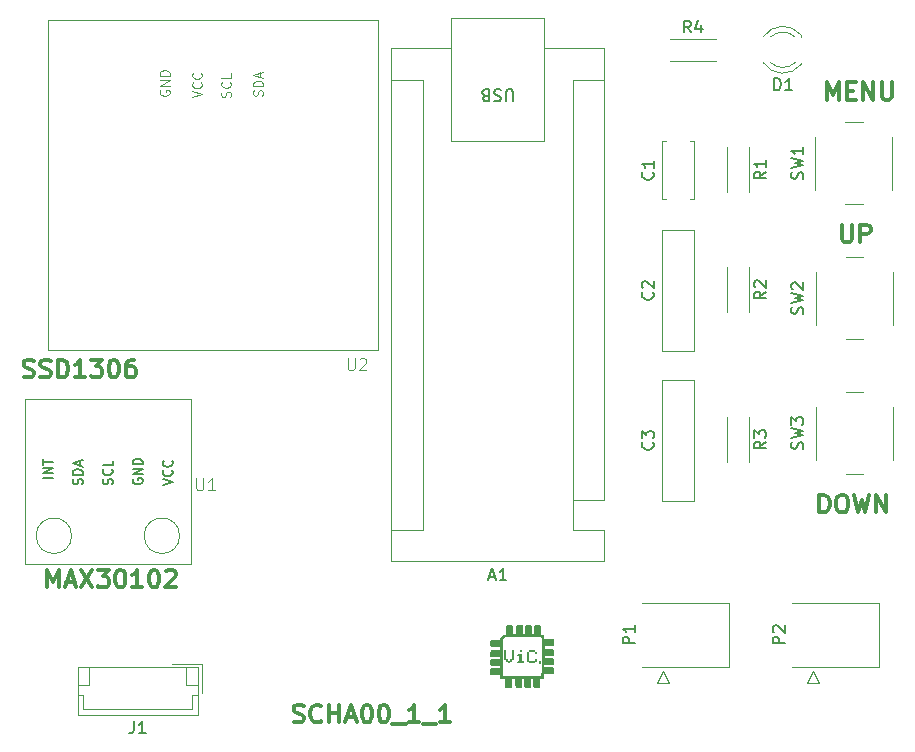
<source format=gto>
G04 #@! TF.GenerationSoftware,KiCad,Pcbnew,9.0.3*
G04 #@! TF.CreationDate,2025-07-11T17:18:18-05:00*
G04 #@! TF.ProjectId,Projects,50726f6a-6563-4747-932e-6b696361645f,11/07/2026*
G04 #@! TF.SameCoordinates,Original*
G04 #@! TF.FileFunction,Legend,Top*
G04 #@! TF.FilePolarity,Positive*
%FSLAX46Y46*%
G04 Gerber Fmt 4.6, Leading zero omitted, Abs format (unit mm)*
G04 Created by KiCad (PCBNEW 9.0.3) date 2025-07-11 17:18:18*
%MOMM*%
%LPD*%
G01*
G04 APERTURE LIST*
%ADD10C,0.300000*%
%ADD11C,0.100000*%
%ADD12C,0.203200*%
%ADD13C,0.150000*%
%ADD14C,0.101600*%
%ADD15C,0.120000*%
%ADD16C,0.000000*%
G04 APERTURE END LIST*
D10*
X128189510Y-75770828D02*
X128189510Y-76985114D01*
X128189510Y-76985114D02*
X128260939Y-77127971D01*
X128260939Y-77127971D02*
X128332368Y-77199400D01*
X128332368Y-77199400D02*
X128475225Y-77270828D01*
X128475225Y-77270828D02*
X128760939Y-77270828D01*
X128760939Y-77270828D02*
X128903796Y-77199400D01*
X128903796Y-77199400D02*
X128975225Y-77127971D01*
X128975225Y-77127971D02*
X129046653Y-76985114D01*
X129046653Y-76985114D02*
X129046653Y-75770828D01*
X129760939Y-77270828D02*
X129760939Y-75770828D01*
X129760939Y-75770828D02*
X130332368Y-75770828D01*
X130332368Y-75770828D02*
X130475225Y-75842257D01*
X130475225Y-75842257D02*
X130546654Y-75913685D01*
X130546654Y-75913685D02*
X130618082Y-76056542D01*
X130618082Y-76056542D02*
X130618082Y-76270828D01*
X130618082Y-76270828D02*
X130546654Y-76413685D01*
X130546654Y-76413685D02*
X130475225Y-76485114D01*
X130475225Y-76485114D02*
X130332368Y-76556542D01*
X130332368Y-76556542D02*
X129760939Y-76556542D01*
X126284510Y-100130828D02*
X126284510Y-98630828D01*
X126284510Y-98630828D02*
X126641653Y-98630828D01*
X126641653Y-98630828D02*
X126855939Y-98702257D01*
X126855939Y-98702257D02*
X126998796Y-98845114D01*
X126998796Y-98845114D02*
X127070225Y-98987971D01*
X127070225Y-98987971D02*
X127141653Y-99273685D01*
X127141653Y-99273685D02*
X127141653Y-99487971D01*
X127141653Y-99487971D02*
X127070225Y-99773685D01*
X127070225Y-99773685D02*
X126998796Y-99916542D01*
X126998796Y-99916542D02*
X126855939Y-100059400D01*
X126855939Y-100059400D02*
X126641653Y-100130828D01*
X126641653Y-100130828D02*
X126284510Y-100130828D01*
X128070225Y-98630828D02*
X128355939Y-98630828D01*
X128355939Y-98630828D02*
X128498796Y-98702257D01*
X128498796Y-98702257D02*
X128641653Y-98845114D01*
X128641653Y-98845114D02*
X128713082Y-99130828D01*
X128713082Y-99130828D02*
X128713082Y-99630828D01*
X128713082Y-99630828D02*
X128641653Y-99916542D01*
X128641653Y-99916542D02*
X128498796Y-100059400D01*
X128498796Y-100059400D02*
X128355939Y-100130828D01*
X128355939Y-100130828D02*
X128070225Y-100130828D01*
X128070225Y-100130828D02*
X127927368Y-100059400D01*
X127927368Y-100059400D02*
X127784510Y-99916542D01*
X127784510Y-99916542D02*
X127713082Y-99630828D01*
X127713082Y-99630828D02*
X127713082Y-99130828D01*
X127713082Y-99130828D02*
X127784510Y-98845114D01*
X127784510Y-98845114D02*
X127927368Y-98702257D01*
X127927368Y-98702257D02*
X128070225Y-98630828D01*
X129213082Y-98630828D02*
X129570225Y-100130828D01*
X129570225Y-100130828D02*
X129855939Y-99059400D01*
X129855939Y-99059400D02*
X130141654Y-100130828D01*
X130141654Y-100130828D02*
X130498797Y-98630828D01*
X131070225Y-100130828D02*
X131070225Y-98630828D01*
X131070225Y-98630828D02*
X131927368Y-100130828D01*
X131927368Y-100130828D02*
X131927368Y-98630828D01*
X81763082Y-117839400D02*
X81977368Y-117910828D01*
X81977368Y-117910828D02*
X82334510Y-117910828D01*
X82334510Y-117910828D02*
X82477368Y-117839400D01*
X82477368Y-117839400D02*
X82548796Y-117767971D01*
X82548796Y-117767971D02*
X82620225Y-117625114D01*
X82620225Y-117625114D02*
X82620225Y-117482257D01*
X82620225Y-117482257D02*
X82548796Y-117339400D01*
X82548796Y-117339400D02*
X82477368Y-117267971D01*
X82477368Y-117267971D02*
X82334510Y-117196542D01*
X82334510Y-117196542D02*
X82048796Y-117125114D01*
X82048796Y-117125114D02*
X81905939Y-117053685D01*
X81905939Y-117053685D02*
X81834510Y-116982257D01*
X81834510Y-116982257D02*
X81763082Y-116839400D01*
X81763082Y-116839400D02*
X81763082Y-116696542D01*
X81763082Y-116696542D02*
X81834510Y-116553685D01*
X81834510Y-116553685D02*
X81905939Y-116482257D01*
X81905939Y-116482257D02*
X82048796Y-116410828D01*
X82048796Y-116410828D02*
X82405939Y-116410828D01*
X82405939Y-116410828D02*
X82620225Y-116482257D01*
X84120224Y-117767971D02*
X84048796Y-117839400D01*
X84048796Y-117839400D02*
X83834510Y-117910828D01*
X83834510Y-117910828D02*
X83691653Y-117910828D01*
X83691653Y-117910828D02*
X83477367Y-117839400D01*
X83477367Y-117839400D02*
X83334510Y-117696542D01*
X83334510Y-117696542D02*
X83263081Y-117553685D01*
X83263081Y-117553685D02*
X83191653Y-117267971D01*
X83191653Y-117267971D02*
X83191653Y-117053685D01*
X83191653Y-117053685D02*
X83263081Y-116767971D01*
X83263081Y-116767971D02*
X83334510Y-116625114D01*
X83334510Y-116625114D02*
X83477367Y-116482257D01*
X83477367Y-116482257D02*
X83691653Y-116410828D01*
X83691653Y-116410828D02*
X83834510Y-116410828D01*
X83834510Y-116410828D02*
X84048796Y-116482257D01*
X84048796Y-116482257D02*
X84120224Y-116553685D01*
X84763081Y-117910828D02*
X84763081Y-116410828D01*
X84763081Y-117125114D02*
X85620224Y-117125114D01*
X85620224Y-117910828D02*
X85620224Y-116410828D01*
X86263082Y-117482257D02*
X86977368Y-117482257D01*
X86120225Y-117910828D02*
X86620225Y-116410828D01*
X86620225Y-116410828D02*
X87120225Y-117910828D01*
X87905939Y-116410828D02*
X88048796Y-116410828D01*
X88048796Y-116410828D02*
X88191653Y-116482257D01*
X88191653Y-116482257D02*
X88263082Y-116553685D01*
X88263082Y-116553685D02*
X88334510Y-116696542D01*
X88334510Y-116696542D02*
X88405939Y-116982257D01*
X88405939Y-116982257D02*
X88405939Y-117339400D01*
X88405939Y-117339400D02*
X88334510Y-117625114D01*
X88334510Y-117625114D02*
X88263082Y-117767971D01*
X88263082Y-117767971D02*
X88191653Y-117839400D01*
X88191653Y-117839400D02*
X88048796Y-117910828D01*
X88048796Y-117910828D02*
X87905939Y-117910828D01*
X87905939Y-117910828D02*
X87763082Y-117839400D01*
X87763082Y-117839400D02*
X87691653Y-117767971D01*
X87691653Y-117767971D02*
X87620224Y-117625114D01*
X87620224Y-117625114D02*
X87548796Y-117339400D01*
X87548796Y-117339400D02*
X87548796Y-116982257D01*
X87548796Y-116982257D02*
X87620224Y-116696542D01*
X87620224Y-116696542D02*
X87691653Y-116553685D01*
X87691653Y-116553685D02*
X87763082Y-116482257D01*
X87763082Y-116482257D02*
X87905939Y-116410828D01*
X89334510Y-116410828D02*
X89477367Y-116410828D01*
X89477367Y-116410828D02*
X89620224Y-116482257D01*
X89620224Y-116482257D02*
X89691653Y-116553685D01*
X89691653Y-116553685D02*
X89763081Y-116696542D01*
X89763081Y-116696542D02*
X89834510Y-116982257D01*
X89834510Y-116982257D02*
X89834510Y-117339400D01*
X89834510Y-117339400D02*
X89763081Y-117625114D01*
X89763081Y-117625114D02*
X89691653Y-117767971D01*
X89691653Y-117767971D02*
X89620224Y-117839400D01*
X89620224Y-117839400D02*
X89477367Y-117910828D01*
X89477367Y-117910828D02*
X89334510Y-117910828D01*
X89334510Y-117910828D02*
X89191653Y-117839400D01*
X89191653Y-117839400D02*
X89120224Y-117767971D01*
X89120224Y-117767971D02*
X89048795Y-117625114D01*
X89048795Y-117625114D02*
X88977367Y-117339400D01*
X88977367Y-117339400D02*
X88977367Y-116982257D01*
X88977367Y-116982257D02*
X89048795Y-116696542D01*
X89048795Y-116696542D02*
X89120224Y-116553685D01*
X89120224Y-116553685D02*
X89191653Y-116482257D01*
X89191653Y-116482257D02*
X89334510Y-116410828D01*
X90120224Y-118053685D02*
X91263081Y-118053685D01*
X92405938Y-117910828D02*
X91548795Y-117910828D01*
X91977366Y-117910828D02*
X91977366Y-116410828D01*
X91977366Y-116410828D02*
X91834509Y-116625114D01*
X91834509Y-116625114D02*
X91691652Y-116767971D01*
X91691652Y-116767971D02*
X91548795Y-116839400D01*
X92691652Y-118053685D02*
X93834509Y-118053685D01*
X94977366Y-117910828D02*
X94120223Y-117910828D01*
X94548794Y-117910828D02*
X94548794Y-116410828D01*
X94548794Y-116410828D02*
X94405937Y-116625114D01*
X94405937Y-116625114D02*
X94263080Y-116767971D01*
X94263080Y-116767971D02*
X94120223Y-116839400D01*
X60879510Y-106480828D02*
X60879510Y-104980828D01*
X60879510Y-104980828D02*
X61379510Y-106052257D01*
X61379510Y-106052257D02*
X61879510Y-104980828D01*
X61879510Y-104980828D02*
X61879510Y-106480828D01*
X62522368Y-106052257D02*
X63236654Y-106052257D01*
X62379511Y-106480828D02*
X62879511Y-104980828D01*
X62879511Y-104980828D02*
X63379511Y-106480828D01*
X63736653Y-104980828D02*
X64736653Y-106480828D01*
X64736653Y-104980828D02*
X63736653Y-106480828D01*
X65165224Y-104980828D02*
X66093796Y-104980828D01*
X66093796Y-104980828D02*
X65593796Y-105552257D01*
X65593796Y-105552257D02*
X65808081Y-105552257D01*
X65808081Y-105552257D02*
X65950939Y-105623685D01*
X65950939Y-105623685D02*
X66022367Y-105695114D01*
X66022367Y-105695114D02*
X66093796Y-105837971D01*
X66093796Y-105837971D02*
X66093796Y-106195114D01*
X66093796Y-106195114D02*
X66022367Y-106337971D01*
X66022367Y-106337971D02*
X65950939Y-106409400D01*
X65950939Y-106409400D02*
X65808081Y-106480828D01*
X65808081Y-106480828D02*
X65379510Y-106480828D01*
X65379510Y-106480828D02*
X65236653Y-106409400D01*
X65236653Y-106409400D02*
X65165224Y-106337971D01*
X67022367Y-104980828D02*
X67165224Y-104980828D01*
X67165224Y-104980828D02*
X67308081Y-105052257D01*
X67308081Y-105052257D02*
X67379510Y-105123685D01*
X67379510Y-105123685D02*
X67450938Y-105266542D01*
X67450938Y-105266542D02*
X67522367Y-105552257D01*
X67522367Y-105552257D02*
X67522367Y-105909400D01*
X67522367Y-105909400D02*
X67450938Y-106195114D01*
X67450938Y-106195114D02*
X67379510Y-106337971D01*
X67379510Y-106337971D02*
X67308081Y-106409400D01*
X67308081Y-106409400D02*
X67165224Y-106480828D01*
X67165224Y-106480828D02*
X67022367Y-106480828D01*
X67022367Y-106480828D02*
X66879510Y-106409400D01*
X66879510Y-106409400D02*
X66808081Y-106337971D01*
X66808081Y-106337971D02*
X66736652Y-106195114D01*
X66736652Y-106195114D02*
X66665224Y-105909400D01*
X66665224Y-105909400D02*
X66665224Y-105552257D01*
X66665224Y-105552257D02*
X66736652Y-105266542D01*
X66736652Y-105266542D02*
X66808081Y-105123685D01*
X66808081Y-105123685D02*
X66879510Y-105052257D01*
X66879510Y-105052257D02*
X67022367Y-104980828D01*
X68950938Y-106480828D02*
X68093795Y-106480828D01*
X68522366Y-106480828D02*
X68522366Y-104980828D01*
X68522366Y-104980828D02*
X68379509Y-105195114D01*
X68379509Y-105195114D02*
X68236652Y-105337971D01*
X68236652Y-105337971D02*
X68093795Y-105409400D01*
X69879509Y-104980828D02*
X70022366Y-104980828D01*
X70022366Y-104980828D02*
X70165223Y-105052257D01*
X70165223Y-105052257D02*
X70236652Y-105123685D01*
X70236652Y-105123685D02*
X70308080Y-105266542D01*
X70308080Y-105266542D02*
X70379509Y-105552257D01*
X70379509Y-105552257D02*
X70379509Y-105909400D01*
X70379509Y-105909400D02*
X70308080Y-106195114D01*
X70308080Y-106195114D02*
X70236652Y-106337971D01*
X70236652Y-106337971D02*
X70165223Y-106409400D01*
X70165223Y-106409400D02*
X70022366Y-106480828D01*
X70022366Y-106480828D02*
X69879509Y-106480828D01*
X69879509Y-106480828D02*
X69736652Y-106409400D01*
X69736652Y-106409400D02*
X69665223Y-106337971D01*
X69665223Y-106337971D02*
X69593794Y-106195114D01*
X69593794Y-106195114D02*
X69522366Y-105909400D01*
X69522366Y-105909400D02*
X69522366Y-105552257D01*
X69522366Y-105552257D02*
X69593794Y-105266542D01*
X69593794Y-105266542D02*
X69665223Y-105123685D01*
X69665223Y-105123685D02*
X69736652Y-105052257D01*
X69736652Y-105052257D02*
X69879509Y-104980828D01*
X70950937Y-105123685D02*
X71022365Y-105052257D01*
X71022365Y-105052257D02*
X71165223Y-104980828D01*
X71165223Y-104980828D02*
X71522365Y-104980828D01*
X71522365Y-104980828D02*
X71665223Y-105052257D01*
X71665223Y-105052257D02*
X71736651Y-105123685D01*
X71736651Y-105123685D02*
X71808080Y-105266542D01*
X71808080Y-105266542D02*
X71808080Y-105409400D01*
X71808080Y-105409400D02*
X71736651Y-105623685D01*
X71736651Y-105623685D02*
X70879508Y-106480828D01*
X70879508Y-106480828D02*
X71808080Y-106480828D01*
X58903082Y-88629400D02*
X59117368Y-88700828D01*
X59117368Y-88700828D02*
X59474510Y-88700828D01*
X59474510Y-88700828D02*
X59617368Y-88629400D01*
X59617368Y-88629400D02*
X59688796Y-88557971D01*
X59688796Y-88557971D02*
X59760225Y-88415114D01*
X59760225Y-88415114D02*
X59760225Y-88272257D01*
X59760225Y-88272257D02*
X59688796Y-88129400D01*
X59688796Y-88129400D02*
X59617368Y-88057971D01*
X59617368Y-88057971D02*
X59474510Y-87986542D01*
X59474510Y-87986542D02*
X59188796Y-87915114D01*
X59188796Y-87915114D02*
X59045939Y-87843685D01*
X59045939Y-87843685D02*
X58974510Y-87772257D01*
X58974510Y-87772257D02*
X58903082Y-87629400D01*
X58903082Y-87629400D02*
X58903082Y-87486542D01*
X58903082Y-87486542D02*
X58974510Y-87343685D01*
X58974510Y-87343685D02*
X59045939Y-87272257D01*
X59045939Y-87272257D02*
X59188796Y-87200828D01*
X59188796Y-87200828D02*
X59545939Y-87200828D01*
X59545939Y-87200828D02*
X59760225Y-87272257D01*
X60331653Y-88629400D02*
X60545939Y-88700828D01*
X60545939Y-88700828D02*
X60903081Y-88700828D01*
X60903081Y-88700828D02*
X61045939Y-88629400D01*
X61045939Y-88629400D02*
X61117367Y-88557971D01*
X61117367Y-88557971D02*
X61188796Y-88415114D01*
X61188796Y-88415114D02*
X61188796Y-88272257D01*
X61188796Y-88272257D02*
X61117367Y-88129400D01*
X61117367Y-88129400D02*
X61045939Y-88057971D01*
X61045939Y-88057971D02*
X60903081Y-87986542D01*
X60903081Y-87986542D02*
X60617367Y-87915114D01*
X60617367Y-87915114D02*
X60474510Y-87843685D01*
X60474510Y-87843685D02*
X60403081Y-87772257D01*
X60403081Y-87772257D02*
X60331653Y-87629400D01*
X60331653Y-87629400D02*
X60331653Y-87486542D01*
X60331653Y-87486542D02*
X60403081Y-87343685D01*
X60403081Y-87343685D02*
X60474510Y-87272257D01*
X60474510Y-87272257D02*
X60617367Y-87200828D01*
X60617367Y-87200828D02*
X60974510Y-87200828D01*
X60974510Y-87200828D02*
X61188796Y-87272257D01*
X61831652Y-88700828D02*
X61831652Y-87200828D01*
X61831652Y-87200828D02*
X62188795Y-87200828D01*
X62188795Y-87200828D02*
X62403081Y-87272257D01*
X62403081Y-87272257D02*
X62545938Y-87415114D01*
X62545938Y-87415114D02*
X62617367Y-87557971D01*
X62617367Y-87557971D02*
X62688795Y-87843685D01*
X62688795Y-87843685D02*
X62688795Y-88057971D01*
X62688795Y-88057971D02*
X62617367Y-88343685D01*
X62617367Y-88343685D02*
X62545938Y-88486542D01*
X62545938Y-88486542D02*
X62403081Y-88629400D01*
X62403081Y-88629400D02*
X62188795Y-88700828D01*
X62188795Y-88700828D02*
X61831652Y-88700828D01*
X64117367Y-88700828D02*
X63260224Y-88700828D01*
X63688795Y-88700828D02*
X63688795Y-87200828D01*
X63688795Y-87200828D02*
X63545938Y-87415114D01*
X63545938Y-87415114D02*
X63403081Y-87557971D01*
X63403081Y-87557971D02*
X63260224Y-87629400D01*
X64617366Y-87200828D02*
X65545938Y-87200828D01*
X65545938Y-87200828D02*
X65045938Y-87772257D01*
X65045938Y-87772257D02*
X65260223Y-87772257D01*
X65260223Y-87772257D02*
X65403081Y-87843685D01*
X65403081Y-87843685D02*
X65474509Y-87915114D01*
X65474509Y-87915114D02*
X65545938Y-88057971D01*
X65545938Y-88057971D02*
X65545938Y-88415114D01*
X65545938Y-88415114D02*
X65474509Y-88557971D01*
X65474509Y-88557971D02*
X65403081Y-88629400D01*
X65403081Y-88629400D02*
X65260223Y-88700828D01*
X65260223Y-88700828D02*
X64831652Y-88700828D01*
X64831652Y-88700828D02*
X64688795Y-88629400D01*
X64688795Y-88629400D02*
X64617366Y-88557971D01*
X66474509Y-87200828D02*
X66617366Y-87200828D01*
X66617366Y-87200828D02*
X66760223Y-87272257D01*
X66760223Y-87272257D02*
X66831652Y-87343685D01*
X66831652Y-87343685D02*
X66903080Y-87486542D01*
X66903080Y-87486542D02*
X66974509Y-87772257D01*
X66974509Y-87772257D02*
X66974509Y-88129400D01*
X66974509Y-88129400D02*
X66903080Y-88415114D01*
X66903080Y-88415114D02*
X66831652Y-88557971D01*
X66831652Y-88557971D02*
X66760223Y-88629400D01*
X66760223Y-88629400D02*
X66617366Y-88700828D01*
X66617366Y-88700828D02*
X66474509Y-88700828D01*
X66474509Y-88700828D02*
X66331652Y-88629400D01*
X66331652Y-88629400D02*
X66260223Y-88557971D01*
X66260223Y-88557971D02*
X66188794Y-88415114D01*
X66188794Y-88415114D02*
X66117366Y-88129400D01*
X66117366Y-88129400D02*
X66117366Y-87772257D01*
X66117366Y-87772257D02*
X66188794Y-87486542D01*
X66188794Y-87486542D02*
X66260223Y-87343685D01*
X66260223Y-87343685D02*
X66331652Y-87272257D01*
X66331652Y-87272257D02*
X66474509Y-87200828D01*
X68260223Y-87200828D02*
X67974508Y-87200828D01*
X67974508Y-87200828D02*
X67831651Y-87272257D01*
X67831651Y-87272257D02*
X67760223Y-87343685D01*
X67760223Y-87343685D02*
X67617365Y-87557971D01*
X67617365Y-87557971D02*
X67545937Y-87843685D01*
X67545937Y-87843685D02*
X67545937Y-88415114D01*
X67545937Y-88415114D02*
X67617365Y-88557971D01*
X67617365Y-88557971D02*
X67688794Y-88629400D01*
X67688794Y-88629400D02*
X67831651Y-88700828D01*
X67831651Y-88700828D02*
X68117365Y-88700828D01*
X68117365Y-88700828D02*
X68260223Y-88629400D01*
X68260223Y-88629400D02*
X68331651Y-88557971D01*
X68331651Y-88557971D02*
X68403080Y-88415114D01*
X68403080Y-88415114D02*
X68403080Y-88057971D01*
X68403080Y-88057971D02*
X68331651Y-87915114D01*
X68331651Y-87915114D02*
X68260223Y-87843685D01*
X68260223Y-87843685D02*
X68117365Y-87772257D01*
X68117365Y-87772257D02*
X67831651Y-87772257D01*
X67831651Y-87772257D02*
X67688794Y-87843685D01*
X67688794Y-87843685D02*
X67617365Y-87915114D01*
X67617365Y-87915114D02*
X67545937Y-88057971D01*
X126919510Y-65205828D02*
X126919510Y-63705828D01*
X126919510Y-63705828D02*
X127419510Y-64777257D01*
X127419510Y-64777257D02*
X127919510Y-63705828D01*
X127919510Y-63705828D02*
X127919510Y-65205828D01*
X128633796Y-64420114D02*
X129133796Y-64420114D01*
X129348082Y-65205828D02*
X128633796Y-65205828D01*
X128633796Y-65205828D02*
X128633796Y-63705828D01*
X128633796Y-63705828D02*
X129348082Y-63705828D01*
X129990939Y-65205828D02*
X129990939Y-63705828D01*
X129990939Y-63705828D02*
X130848082Y-65205828D01*
X130848082Y-65205828D02*
X130848082Y-63705828D01*
X131562368Y-63705828D02*
X131562368Y-64920114D01*
X131562368Y-64920114D02*
X131633797Y-65062971D01*
X131633797Y-65062971D02*
X131705226Y-65134400D01*
X131705226Y-65134400D02*
X131848083Y-65205828D01*
X131848083Y-65205828D02*
X132133797Y-65205828D01*
X132133797Y-65205828D02*
X132276654Y-65134400D01*
X132276654Y-65134400D02*
X132348083Y-65062971D01*
X132348083Y-65062971D02*
X132419511Y-64920114D01*
X132419511Y-64920114D02*
X132419511Y-63705828D01*
D11*
X73533095Y-97247419D02*
X73533095Y-98056942D01*
X73533095Y-98056942D02*
X73580714Y-98152180D01*
X73580714Y-98152180D02*
X73628333Y-98199800D01*
X73628333Y-98199800D02*
X73723571Y-98247419D01*
X73723571Y-98247419D02*
X73914047Y-98247419D01*
X73914047Y-98247419D02*
X74009285Y-98199800D01*
X74009285Y-98199800D02*
X74056904Y-98152180D01*
X74056904Y-98152180D02*
X74104523Y-98056942D01*
X74104523Y-98056942D02*
X74104523Y-97247419D01*
X75104523Y-98247419D02*
X74533095Y-98247419D01*
X74818809Y-98247419D02*
X74818809Y-97247419D01*
X74818809Y-97247419D02*
X74723571Y-97390276D01*
X74723571Y-97390276D02*
X74628333Y-97485514D01*
X74628333Y-97485514D02*
X74533095Y-97533133D01*
D12*
X68203866Y-97291039D02*
X68165161Y-97368449D01*
X68165161Y-97368449D02*
X68165161Y-97484563D01*
X68165161Y-97484563D02*
X68203866Y-97600677D01*
X68203866Y-97600677D02*
X68281276Y-97678087D01*
X68281276Y-97678087D02*
X68358685Y-97716792D01*
X68358685Y-97716792D02*
X68513504Y-97755496D01*
X68513504Y-97755496D02*
X68629618Y-97755496D01*
X68629618Y-97755496D02*
X68784437Y-97716792D01*
X68784437Y-97716792D02*
X68861847Y-97678087D01*
X68861847Y-97678087D02*
X68939257Y-97600677D01*
X68939257Y-97600677D02*
X68977961Y-97484563D01*
X68977961Y-97484563D02*
X68977961Y-97407154D01*
X68977961Y-97407154D02*
X68939257Y-97291039D01*
X68939257Y-97291039D02*
X68900552Y-97252335D01*
X68900552Y-97252335D02*
X68629618Y-97252335D01*
X68629618Y-97252335D02*
X68629618Y-97407154D01*
X68977961Y-96903992D02*
X68165161Y-96903992D01*
X68165161Y-96903992D02*
X68977961Y-96439535D01*
X68977961Y-96439535D02*
X68165161Y-96439535D01*
X68977961Y-96052487D02*
X68165161Y-96052487D01*
X68165161Y-96052487D02*
X68165161Y-95858963D01*
X68165161Y-95858963D02*
X68203866Y-95742849D01*
X68203866Y-95742849D02*
X68281276Y-95665439D01*
X68281276Y-95665439D02*
X68358685Y-95626734D01*
X68358685Y-95626734D02*
X68513504Y-95588030D01*
X68513504Y-95588030D02*
X68629618Y-95588030D01*
X68629618Y-95588030D02*
X68784437Y-95626734D01*
X68784437Y-95626734D02*
X68861847Y-95665439D01*
X68861847Y-95665439D02*
X68939257Y-95742849D01*
X68939257Y-95742849D02*
X68977961Y-95858963D01*
X68977961Y-95858963D02*
X68977961Y-96052487D01*
X70705161Y-97832906D02*
X71517961Y-97561973D01*
X71517961Y-97561973D02*
X70705161Y-97291039D01*
X71440552Y-96555649D02*
X71479257Y-96594353D01*
X71479257Y-96594353D02*
X71517961Y-96710468D01*
X71517961Y-96710468D02*
X71517961Y-96787877D01*
X71517961Y-96787877D02*
X71479257Y-96903991D01*
X71479257Y-96903991D02*
X71401847Y-96981401D01*
X71401847Y-96981401D02*
X71324437Y-97020106D01*
X71324437Y-97020106D02*
X71169618Y-97058810D01*
X71169618Y-97058810D02*
X71053504Y-97058810D01*
X71053504Y-97058810D02*
X70898685Y-97020106D01*
X70898685Y-97020106D02*
X70821276Y-96981401D01*
X70821276Y-96981401D02*
X70743866Y-96903991D01*
X70743866Y-96903991D02*
X70705161Y-96787877D01*
X70705161Y-96787877D02*
X70705161Y-96710468D01*
X70705161Y-96710468D02*
X70743866Y-96594353D01*
X70743866Y-96594353D02*
X70782571Y-96555649D01*
X71440552Y-95742849D02*
X71479257Y-95781553D01*
X71479257Y-95781553D02*
X71517961Y-95897668D01*
X71517961Y-95897668D02*
X71517961Y-95975077D01*
X71517961Y-95975077D02*
X71479257Y-96091191D01*
X71479257Y-96091191D02*
X71401847Y-96168601D01*
X71401847Y-96168601D02*
X71324437Y-96207306D01*
X71324437Y-96207306D02*
X71169618Y-96246010D01*
X71169618Y-96246010D02*
X71053504Y-96246010D01*
X71053504Y-96246010D02*
X70898685Y-96207306D01*
X70898685Y-96207306D02*
X70821276Y-96168601D01*
X70821276Y-96168601D02*
X70743866Y-96091191D01*
X70743866Y-96091191D02*
X70705161Y-95975077D01*
X70705161Y-95975077D02*
X70705161Y-95897668D01*
X70705161Y-95897668D02*
X70743866Y-95781553D01*
X70743866Y-95781553D02*
X70782571Y-95742849D01*
X61357961Y-97208792D02*
X60545161Y-97208792D01*
X61357961Y-96821744D02*
X60545161Y-96821744D01*
X60545161Y-96821744D02*
X61357961Y-96357287D01*
X61357961Y-96357287D02*
X60545161Y-96357287D01*
X60545161Y-96086353D02*
X60545161Y-95621896D01*
X61357961Y-95854124D02*
X60545161Y-95854124D01*
X66399257Y-97755496D02*
X66437961Y-97639382D01*
X66437961Y-97639382D02*
X66437961Y-97445858D01*
X66437961Y-97445858D02*
X66399257Y-97368449D01*
X66399257Y-97368449D02*
X66360552Y-97329744D01*
X66360552Y-97329744D02*
X66283142Y-97291039D01*
X66283142Y-97291039D02*
X66205733Y-97291039D01*
X66205733Y-97291039D02*
X66128323Y-97329744D01*
X66128323Y-97329744D02*
X66089618Y-97368449D01*
X66089618Y-97368449D02*
X66050914Y-97445858D01*
X66050914Y-97445858D02*
X66012209Y-97600677D01*
X66012209Y-97600677D02*
X65973504Y-97678087D01*
X65973504Y-97678087D02*
X65934799Y-97716792D01*
X65934799Y-97716792D02*
X65857390Y-97755496D01*
X65857390Y-97755496D02*
X65779980Y-97755496D01*
X65779980Y-97755496D02*
X65702571Y-97716792D01*
X65702571Y-97716792D02*
X65663866Y-97678087D01*
X65663866Y-97678087D02*
X65625161Y-97600677D01*
X65625161Y-97600677D02*
X65625161Y-97407154D01*
X65625161Y-97407154D02*
X65663866Y-97291039D01*
X66360552Y-96478240D02*
X66399257Y-96516944D01*
X66399257Y-96516944D02*
X66437961Y-96633059D01*
X66437961Y-96633059D02*
X66437961Y-96710468D01*
X66437961Y-96710468D02*
X66399257Y-96826582D01*
X66399257Y-96826582D02*
X66321847Y-96903992D01*
X66321847Y-96903992D02*
X66244437Y-96942697D01*
X66244437Y-96942697D02*
X66089618Y-96981401D01*
X66089618Y-96981401D02*
X65973504Y-96981401D01*
X65973504Y-96981401D02*
X65818685Y-96942697D01*
X65818685Y-96942697D02*
X65741276Y-96903992D01*
X65741276Y-96903992D02*
X65663866Y-96826582D01*
X65663866Y-96826582D02*
X65625161Y-96710468D01*
X65625161Y-96710468D02*
X65625161Y-96633059D01*
X65625161Y-96633059D02*
X65663866Y-96516944D01*
X65663866Y-96516944D02*
X65702571Y-96478240D01*
X66437961Y-95742849D02*
X66437961Y-96129897D01*
X66437961Y-96129897D02*
X65625161Y-96129897D01*
X63859257Y-97755496D02*
X63897961Y-97639382D01*
X63897961Y-97639382D02*
X63897961Y-97445858D01*
X63897961Y-97445858D02*
X63859257Y-97368449D01*
X63859257Y-97368449D02*
X63820552Y-97329744D01*
X63820552Y-97329744D02*
X63743142Y-97291039D01*
X63743142Y-97291039D02*
X63665733Y-97291039D01*
X63665733Y-97291039D02*
X63588323Y-97329744D01*
X63588323Y-97329744D02*
X63549618Y-97368449D01*
X63549618Y-97368449D02*
X63510914Y-97445858D01*
X63510914Y-97445858D02*
X63472209Y-97600677D01*
X63472209Y-97600677D02*
X63433504Y-97678087D01*
X63433504Y-97678087D02*
X63394799Y-97716792D01*
X63394799Y-97716792D02*
X63317390Y-97755496D01*
X63317390Y-97755496D02*
X63239980Y-97755496D01*
X63239980Y-97755496D02*
X63162571Y-97716792D01*
X63162571Y-97716792D02*
X63123866Y-97678087D01*
X63123866Y-97678087D02*
X63085161Y-97600677D01*
X63085161Y-97600677D02*
X63085161Y-97407154D01*
X63085161Y-97407154D02*
X63123866Y-97291039D01*
X63897961Y-96942697D02*
X63085161Y-96942697D01*
X63085161Y-96942697D02*
X63085161Y-96749173D01*
X63085161Y-96749173D02*
X63123866Y-96633059D01*
X63123866Y-96633059D02*
X63201276Y-96555649D01*
X63201276Y-96555649D02*
X63278685Y-96516944D01*
X63278685Y-96516944D02*
X63433504Y-96478240D01*
X63433504Y-96478240D02*
X63549618Y-96478240D01*
X63549618Y-96478240D02*
X63704437Y-96516944D01*
X63704437Y-96516944D02*
X63781847Y-96555649D01*
X63781847Y-96555649D02*
X63859257Y-96633059D01*
X63859257Y-96633059D02*
X63897961Y-96749173D01*
X63897961Y-96749173D02*
X63897961Y-96942697D01*
X63665733Y-96168601D02*
X63665733Y-95781554D01*
X63897961Y-96246011D02*
X63085161Y-95975078D01*
X63085161Y-95975078D02*
X63897961Y-95704144D01*
D13*
X121754819Y-81446666D02*
X121278628Y-81779999D01*
X121754819Y-82018094D02*
X120754819Y-82018094D01*
X120754819Y-82018094D02*
X120754819Y-81637142D01*
X120754819Y-81637142D02*
X120802438Y-81541904D01*
X120802438Y-81541904D02*
X120850057Y-81494285D01*
X120850057Y-81494285D02*
X120945295Y-81446666D01*
X120945295Y-81446666D02*
X121088152Y-81446666D01*
X121088152Y-81446666D02*
X121183390Y-81494285D01*
X121183390Y-81494285D02*
X121231009Y-81541904D01*
X121231009Y-81541904D02*
X121278628Y-81637142D01*
X121278628Y-81637142D02*
X121278628Y-82018094D01*
X120850057Y-81065713D02*
X120802438Y-81018094D01*
X120802438Y-81018094D02*
X120754819Y-80922856D01*
X120754819Y-80922856D02*
X120754819Y-80684761D01*
X120754819Y-80684761D02*
X120802438Y-80589523D01*
X120802438Y-80589523D02*
X120850057Y-80541904D01*
X120850057Y-80541904D02*
X120945295Y-80494285D01*
X120945295Y-80494285D02*
X121040533Y-80494285D01*
X121040533Y-80494285D02*
X121183390Y-80541904D01*
X121183390Y-80541904D02*
X121754819Y-81113332D01*
X121754819Y-81113332D02*
X121754819Y-80494285D01*
X110634819Y-111228094D02*
X109634819Y-111228094D01*
X109634819Y-111228094D02*
X109634819Y-110847142D01*
X109634819Y-110847142D02*
X109682438Y-110751904D01*
X109682438Y-110751904D02*
X109730057Y-110704285D01*
X109730057Y-110704285D02*
X109825295Y-110656666D01*
X109825295Y-110656666D02*
X109968152Y-110656666D01*
X109968152Y-110656666D02*
X110063390Y-110704285D01*
X110063390Y-110704285D02*
X110111009Y-110751904D01*
X110111009Y-110751904D02*
X110158628Y-110847142D01*
X110158628Y-110847142D02*
X110158628Y-111228094D01*
X110634819Y-109704285D02*
X110634819Y-110275713D01*
X110634819Y-109989999D02*
X109634819Y-109989999D01*
X109634819Y-109989999D02*
X109777676Y-110085237D01*
X109777676Y-110085237D02*
X109872914Y-110180475D01*
X109872914Y-110180475D02*
X109920533Y-110275713D01*
X121754819Y-94146666D02*
X121278628Y-94479999D01*
X121754819Y-94718094D02*
X120754819Y-94718094D01*
X120754819Y-94718094D02*
X120754819Y-94337142D01*
X120754819Y-94337142D02*
X120802438Y-94241904D01*
X120802438Y-94241904D02*
X120850057Y-94194285D01*
X120850057Y-94194285D02*
X120945295Y-94146666D01*
X120945295Y-94146666D02*
X121088152Y-94146666D01*
X121088152Y-94146666D02*
X121183390Y-94194285D01*
X121183390Y-94194285D02*
X121231009Y-94241904D01*
X121231009Y-94241904D02*
X121278628Y-94337142D01*
X121278628Y-94337142D02*
X121278628Y-94718094D01*
X120754819Y-93813332D02*
X120754819Y-93194285D01*
X120754819Y-93194285D02*
X121135771Y-93527618D01*
X121135771Y-93527618D02*
X121135771Y-93384761D01*
X121135771Y-93384761D02*
X121183390Y-93289523D01*
X121183390Y-93289523D02*
X121231009Y-93241904D01*
X121231009Y-93241904D02*
X121326247Y-93194285D01*
X121326247Y-93194285D02*
X121564342Y-93194285D01*
X121564342Y-93194285D02*
X121659580Y-93241904D01*
X121659580Y-93241904D02*
X121707200Y-93289523D01*
X121707200Y-93289523D02*
X121754819Y-93384761D01*
X121754819Y-93384761D02*
X121754819Y-93670475D01*
X121754819Y-93670475D02*
X121707200Y-93765713D01*
X121707200Y-93765713D02*
X121659580Y-93813332D01*
X115403333Y-59494819D02*
X115070000Y-59018628D01*
X114831905Y-59494819D02*
X114831905Y-58494819D01*
X114831905Y-58494819D02*
X115212857Y-58494819D01*
X115212857Y-58494819D02*
X115308095Y-58542438D01*
X115308095Y-58542438D02*
X115355714Y-58590057D01*
X115355714Y-58590057D02*
X115403333Y-58685295D01*
X115403333Y-58685295D02*
X115403333Y-58828152D01*
X115403333Y-58828152D02*
X115355714Y-58923390D01*
X115355714Y-58923390D02*
X115308095Y-58971009D01*
X115308095Y-58971009D02*
X115212857Y-59018628D01*
X115212857Y-59018628D02*
X114831905Y-59018628D01*
X116260476Y-58828152D02*
X116260476Y-59494819D01*
X116022381Y-58447200D02*
X115784286Y-59161485D01*
X115784286Y-59161485D02*
X116403333Y-59161485D01*
X121754819Y-71286666D02*
X121278628Y-71619999D01*
X121754819Y-71858094D02*
X120754819Y-71858094D01*
X120754819Y-71858094D02*
X120754819Y-71477142D01*
X120754819Y-71477142D02*
X120802438Y-71381904D01*
X120802438Y-71381904D02*
X120850057Y-71334285D01*
X120850057Y-71334285D02*
X120945295Y-71286666D01*
X120945295Y-71286666D02*
X121088152Y-71286666D01*
X121088152Y-71286666D02*
X121183390Y-71334285D01*
X121183390Y-71334285D02*
X121231009Y-71381904D01*
X121231009Y-71381904D02*
X121278628Y-71477142D01*
X121278628Y-71477142D02*
X121278628Y-71858094D01*
X121754819Y-70334285D02*
X121754819Y-70905713D01*
X121754819Y-70619999D02*
X120754819Y-70619999D01*
X120754819Y-70619999D02*
X120897676Y-70715237D01*
X120897676Y-70715237D02*
X120992914Y-70810475D01*
X120992914Y-70810475D02*
X121040533Y-70905713D01*
X123334819Y-111228094D02*
X122334819Y-111228094D01*
X122334819Y-111228094D02*
X122334819Y-110847142D01*
X122334819Y-110847142D02*
X122382438Y-110751904D01*
X122382438Y-110751904D02*
X122430057Y-110704285D01*
X122430057Y-110704285D02*
X122525295Y-110656666D01*
X122525295Y-110656666D02*
X122668152Y-110656666D01*
X122668152Y-110656666D02*
X122763390Y-110704285D01*
X122763390Y-110704285D02*
X122811009Y-110751904D01*
X122811009Y-110751904D02*
X122858628Y-110847142D01*
X122858628Y-110847142D02*
X122858628Y-111228094D01*
X122430057Y-110275713D02*
X122382438Y-110228094D01*
X122382438Y-110228094D02*
X122334819Y-110132856D01*
X122334819Y-110132856D02*
X122334819Y-109894761D01*
X122334819Y-109894761D02*
X122382438Y-109799523D01*
X122382438Y-109799523D02*
X122430057Y-109751904D01*
X122430057Y-109751904D02*
X122525295Y-109704285D01*
X122525295Y-109704285D02*
X122620533Y-109704285D01*
X122620533Y-109704285D02*
X122763390Y-109751904D01*
X122763390Y-109751904D02*
X123334819Y-110323332D01*
X123334819Y-110323332D02*
X123334819Y-109704285D01*
X112159580Y-81486666D02*
X112207200Y-81534285D01*
X112207200Y-81534285D02*
X112254819Y-81677142D01*
X112254819Y-81677142D02*
X112254819Y-81772380D01*
X112254819Y-81772380D02*
X112207200Y-81915237D01*
X112207200Y-81915237D02*
X112111961Y-82010475D01*
X112111961Y-82010475D02*
X112016723Y-82058094D01*
X112016723Y-82058094D02*
X111826247Y-82105713D01*
X111826247Y-82105713D02*
X111683390Y-82105713D01*
X111683390Y-82105713D02*
X111492914Y-82058094D01*
X111492914Y-82058094D02*
X111397676Y-82010475D01*
X111397676Y-82010475D02*
X111302438Y-81915237D01*
X111302438Y-81915237D02*
X111254819Y-81772380D01*
X111254819Y-81772380D02*
X111254819Y-81677142D01*
X111254819Y-81677142D02*
X111302438Y-81534285D01*
X111302438Y-81534285D02*
X111350057Y-81486666D01*
X111350057Y-81105713D02*
X111302438Y-81058094D01*
X111302438Y-81058094D02*
X111254819Y-80962856D01*
X111254819Y-80962856D02*
X111254819Y-80724761D01*
X111254819Y-80724761D02*
X111302438Y-80629523D01*
X111302438Y-80629523D02*
X111350057Y-80581904D01*
X111350057Y-80581904D02*
X111445295Y-80534285D01*
X111445295Y-80534285D02*
X111540533Y-80534285D01*
X111540533Y-80534285D02*
X111683390Y-80581904D01*
X111683390Y-80581904D02*
X112254819Y-81153332D01*
X112254819Y-81153332D02*
X112254819Y-80534285D01*
X124867200Y-94753332D02*
X124914819Y-94610475D01*
X124914819Y-94610475D02*
X124914819Y-94372380D01*
X124914819Y-94372380D02*
X124867200Y-94277142D01*
X124867200Y-94277142D02*
X124819580Y-94229523D01*
X124819580Y-94229523D02*
X124724342Y-94181904D01*
X124724342Y-94181904D02*
X124629104Y-94181904D01*
X124629104Y-94181904D02*
X124533866Y-94229523D01*
X124533866Y-94229523D02*
X124486247Y-94277142D01*
X124486247Y-94277142D02*
X124438628Y-94372380D01*
X124438628Y-94372380D02*
X124391009Y-94562856D01*
X124391009Y-94562856D02*
X124343390Y-94658094D01*
X124343390Y-94658094D02*
X124295771Y-94705713D01*
X124295771Y-94705713D02*
X124200533Y-94753332D01*
X124200533Y-94753332D02*
X124105295Y-94753332D01*
X124105295Y-94753332D02*
X124010057Y-94705713D01*
X124010057Y-94705713D02*
X123962438Y-94658094D01*
X123962438Y-94658094D02*
X123914819Y-94562856D01*
X123914819Y-94562856D02*
X123914819Y-94324761D01*
X123914819Y-94324761D02*
X123962438Y-94181904D01*
X123914819Y-93848570D02*
X124914819Y-93610475D01*
X124914819Y-93610475D02*
X124200533Y-93419999D01*
X124200533Y-93419999D02*
X124914819Y-93229523D01*
X124914819Y-93229523D02*
X123914819Y-92991428D01*
X123914819Y-92705713D02*
X123914819Y-92086666D01*
X123914819Y-92086666D02*
X124295771Y-92419999D01*
X124295771Y-92419999D02*
X124295771Y-92277142D01*
X124295771Y-92277142D02*
X124343390Y-92181904D01*
X124343390Y-92181904D02*
X124391009Y-92134285D01*
X124391009Y-92134285D02*
X124486247Y-92086666D01*
X124486247Y-92086666D02*
X124724342Y-92086666D01*
X124724342Y-92086666D02*
X124819580Y-92134285D01*
X124819580Y-92134285D02*
X124867200Y-92181904D01*
X124867200Y-92181904D02*
X124914819Y-92277142D01*
X124914819Y-92277142D02*
X124914819Y-92562856D01*
X124914819Y-92562856D02*
X124867200Y-92658094D01*
X124867200Y-92658094D02*
X124819580Y-92705713D01*
X98345714Y-105579104D02*
X98821904Y-105579104D01*
X98250476Y-105864819D02*
X98583809Y-104864819D01*
X98583809Y-104864819D02*
X98917142Y-105864819D01*
X99774285Y-105864819D02*
X99202857Y-105864819D01*
X99488571Y-105864819D02*
X99488571Y-104864819D01*
X99488571Y-104864819D02*
X99393333Y-105007676D01*
X99393333Y-105007676D02*
X99298095Y-105102914D01*
X99298095Y-105102914D02*
X99202857Y-105150533D01*
X100321904Y-65315180D02*
X100321904Y-64505657D01*
X100321904Y-64505657D02*
X100274285Y-64410419D01*
X100274285Y-64410419D02*
X100226666Y-64362800D01*
X100226666Y-64362800D02*
X100131428Y-64315180D01*
X100131428Y-64315180D02*
X99940952Y-64315180D01*
X99940952Y-64315180D02*
X99845714Y-64362800D01*
X99845714Y-64362800D02*
X99798095Y-64410419D01*
X99798095Y-64410419D02*
X99750476Y-64505657D01*
X99750476Y-64505657D02*
X99750476Y-65315180D01*
X99321904Y-64362800D02*
X99179047Y-64315180D01*
X99179047Y-64315180D02*
X98940952Y-64315180D01*
X98940952Y-64315180D02*
X98845714Y-64362800D01*
X98845714Y-64362800D02*
X98798095Y-64410419D01*
X98798095Y-64410419D02*
X98750476Y-64505657D01*
X98750476Y-64505657D02*
X98750476Y-64600895D01*
X98750476Y-64600895D02*
X98798095Y-64696133D01*
X98798095Y-64696133D02*
X98845714Y-64743752D01*
X98845714Y-64743752D02*
X98940952Y-64791371D01*
X98940952Y-64791371D02*
X99131428Y-64838990D01*
X99131428Y-64838990D02*
X99226666Y-64886609D01*
X99226666Y-64886609D02*
X99274285Y-64934228D01*
X99274285Y-64934228D02*
X99321904Y-65029466D01*
X99321904Y-65029466D02*
X99321904Y-65124704D01*
X99321904Y-65124704D02*
X99274285Y-65219942D01*
X99274285Y-65219942D02*
X99226666Y-65267561D01*
X99226666Y-65267561D02*
X99131428Y-65315180D01*
X99131428Y-65315180D02*
X98893333Y-65315180D01*
X98893333Y-65315180D02*
X98750476Y-65267561D01*
X97988571Y-64838990D02*
X97845714Y-64791371D01*
X97845714Y-64791371D02*
X97798095Y-64743752D01*
X97798095Y-64743752D02*
X97750476Y-64648514D01*
X97750476Y-64648514D02*
X97750476Y-64505657D01*
X97750476Y-64505657D02*
X97798095Y-64410419D01*
X97798095Y-64410419D02*
X97845714Y-64362800D01*
X97845714Y-64362800D02*
X97940952Y-64315180D01*
X97940952Y-64315180D02*
X98321904Y-64315180D01*
X98321904Y-64315180D02*
X98321904Y-65315180D01*
X98321904Y-65315180D02*
X97988571Y-65315180D01*
X97988571Y-65315180D02*
X97893333Y-65267561D01*
X97893333Y-65267561D02*
X97845714Y-65219942D01*
X97845714Y-65219942D02*
X97798095Y-65124704D01*
X97798095Y-65124704D02*
X97798095Y-65029466D01*
X97798095Y-65029466D02*
X97845714Y-64934228D01*
X97845714Y-64934228D02*
X97893333Y-64886609D01*
X97893333Y-64886609D02*
X97988571Y-64838990D01*
X97988571Y-64838990D02*
X98321904Y-64838990D01*
X112159580Y-94186666D02*
X112207200Y-94234285D01*
X112207200Y-94234285D02*
X112254819Y-94377142D01*
X112254819Y-94377142D02*
X112254819Y-94472380D01*
X112254819Y-94472380D02*
X112207200Y-94615237D01*
X112207200Y-94615237D02*
X112111961Y-94710475D01*
X112111961Y-94710475D02*
X112016723Y-94758094D01*
X112016723Y-94758094D02*
X111826247Y-94805713D01*
X111826247Y-94805713D02*
X111683390Y-94805713D01*
X111683390Y-94805713D02*
X111492914Y-94758094D01*
X111492914Y-94758094D02*
X111397676Y-94710475D01*
X111397676Y-94710475D02*
X111302438Y-94615237D01*
X111302438Y-94615237D02*
X111254819Y-94472380D01*
X111254819Y-94472380D02*
X111254819Y-94377142D01*
X111254819Y-94377142D02*
X111302438Y-94234285D01*
X111302438Y-94234285D02*
X111350057Y-94186666D01*
X111254819Y-93853332D02*
X111254819Y-93234285D01*
X111254819Y-93234285D02*
X111635771Y-93567618D01*
X111635771Y-93567618D02*
X111635771Y-93424761D01*
X111635771Y-93424761D02*
X111683390Y-93329523D01*
X111683390Y-93329523D02*
X111731009Y-93281904D01*
X111731009Y-93281904D02*
X111826247Y-93234285D01*
X111826247Y-93234285D02*
X112064342Y-93234285D01*
X112064342Y-93234285D02*
X112159580Y-93281904D01*
X112159580Y-93281904D02*
X112207200Y-93329523D01*
X112207200Y-93329523D02*
X112254819Y-93424761D01*
X112254819Y-93424761D02*
X112254819Y-93710475D01*
X112254819Y-93710475D02*
X112207200Y-93805713D01*
X112207200Y-93805713D02*
X112159580Y-93853332D01*
X124867200Y-71893332D02*
X124914819Y-71750475D01*
X124914819Y-71750475D02*
X124914819Y-71512380D01*
X124914819Y-71512380D02*
X124867200Y-71417142D01*
X124867200Y-71417142D02*
X124819580Y-71369523D01*
X124819580Y-71369523D02*
X124724342Y-71321904D01*
X124724342Y-71321904D02*
X124629104Y-71321904D01*
X124629104Y-71321904D02*
X124533866Y-71369523D01*
X124533866Y-71369523D02*
X124486247Y-71417142D01*
X124486247Y-71417142D02*
X124438628Y-71512380D01*
X124438628Y-71512380D02*
X124391009Y-71702856D01*
X124391009Y-71702856D02*
X124343390Y-71798094D01*
X124343390Y-71798094D02*
X124295771Y-71845713D01*
X124295771Y-71845713D02*
X124200533Y-71893332D01*
X124200533Y-71893332D02*
X124105295Y-71893332D01*
X124105295Y-71893332D02*
X124010057Y-71845713D01*
X124010057Y-71845713D02*
X123962438Y-71798094D01*
X123962438Y-71798094D02*
X123914819Y-71702856D01*
X123914819Y-71702856D02*
X123914819Y-71464761D01*
X123914819Y-71464761D02*
X123962438Y-71321904D01*
X123914819Y-70988570D02*
X124914819Y-70750475D01*
X124914819Y-70750475D02*
X124200533Y-70559999D01*
X124200533Y-70559999D02*
X124914819Y-70369523D01*
X124914819Y-70369523D02*
X123914819Y-70131428D01*
X124914819Y-69226666D02*
X124914819Y-69798094D01*
X124914819Y-69512380D02*
X123914819Y-69512380D01*
X123914819Y-69512380D02*
X124057676Y-69607618D01*
X124057676Y-69607618D02*
X124152914Y-69702856D01*
X124152914Y-69702856D02*
X124200533Y-69798094D01*
X68246666Y-117824819D02*
X68246666Y-118539104D01*
X68246666Y-118539104D02*
X68199047Y-118681961D01*
X68199047Y-118681961D02*
X68103809Y-118777200D01*
X68103809Y-118777200D02*
X67960952Y-118824819D01*
X67960952Y-118824819D02*
X67865714Y-118824819D01*
X69246666Y-118824819D02*
X68675238Y-118824819D01*
X68960952Y-118824819D02*
X68960952Y-117824819D01*
X68960952Y-117824819D02*
X68865714Y-117967676D01*
X68865714Y-117967676D02*
X68770476Y-118062914D01*
X68770476Y-118062914D02*
X68675238Y-118110533D01*
X112159580Y-71326666D02*
X112207200Y-71374285D01*
X112207200Y-71374285D02*
X112254819Y-71517142D01*
X112254819Y-71517142D02*
X112254819Y-71612380D01*
X112254819Y-71612380D02*
X112207200Y-71755237D01*
X112207200Y-71755237D02*
X112111961Y-71850475D01*
X112111961Y-71850475D02*
X112016723Y-71898094D01*
X112016723Y-71898094D02*
X111826247Y-71945713D01*
X111826247Y-71945713D02*
X111683390Y-71945713D01*
X111683390Y-71945713D02*
X111492914Y-71898094D01*
X111492914Y-71898094D02*
X111397676Y-71850475D01*
X111397676Y-71850475D02*
X111302438Y-71755237D01*
X111302438Y-71755237D02*
X111254819Y-71612380D01*
X111254819Y-71612380D02*
X111254819Y-71517142D01*
X111254819Y-71517142D02*
X111302438Y-71374285D01*
X111302438Y-71374285D02*
X111350057Y-71326666D01*
X112254819Y-70374285D02*
X112254819Y-70945713D01*
X112254819Y-70659999D02*
X111254819Y-70659999D01*
X111254819Y-70659999D02*
X111397676Y-70755237D01*
X111397676Y-70755237D02*
X111492914Y-70850475D01*
X111492914Y-70850475D02*
X111540533Y-70945713D01*
X124867200Y-83323332D02*
X124914819Y-83180475D01*
X124914819Y-83180475D02*
X124914819Y-82942380D01*
X124914819Y-82942380D02*
X124867200Y-82847142D01*
X124867200Y-82847142D02*
X124819580Y-82799523D01*
X124819580Y-82799523D02*
X124724342Y-82751904D01*
X124724342Y-82751904D02*
X124629104Y-82751904D01*
X124629104Y-82751904D02*
X124533866Y-82799523D01*
X124533866Y-82799523D02*
X124486247Y-82847142D01*
X124486247Y-82847142D02*
X124438628Y-82942380D01*
X124438628Y-82942380D02*
X124391009Y-83132856D01*
X124391009Y-83132856D02*
X124343390Y-83228094D01*
X124343390Y-83228094D02*
X124295771Y-83275713D01*
X124295771Y-83275713D02*
X124200533Y-83323332D01*
X124200533Y-83323332D02*
X124105295Y-83323332D01*
X124105295Y-83323332D02*
X124010057Y-83275713D01*
X124010057Y-83275713D02*
X123962438Y-83228094D01*
X123962438Y-83228094D02*
X123914819Y-83132856D01*
X123914819Y-83132856D02*
X123914819Y-82894761D01*
X123914819Y-82894761D02*
X123962438Y-82751904D01*
X123914819Y-82418570D02*
X124914819Y-82180475D01*
X124914819Y-82180475D02*
X124200533Y-81989999D01*
X124200533Y-81989999D02*
X124914819Y-81799523D01*
X124914819Y-81799523D02*
X123914819Y-81561428D01*
X124010057Y-81228094D02*
X123962438Y-81180475D01*
X123962438Y-81180475D02*
X123914819Y-81085237D01*
X123914819Y-81085237D02*
X123914819Y-80847142D01*
X123914819Y-80847142D02*
X123962438Y-80751904D01*
X123962438Y-80751904D02*
X124010057Y-80704285D01*
X124010057Y-80704285D02*
X124105295Y-80656666D01*
X124105295Y-80656666D02*
X124200533Y-80656666D01*
X124200533Y-80656666D02*
X124343390Y-80704285D01*
X124343390Y-80704285D02*
X124914819Y-81275713D01*
X124914819Y-81275713D02*
X124914819Y-80656666D01*
X122451905Y-64374819D02*
X122451905Y-63374819D01*
X122451905Y-63374819D02*
X122690000Y-63374819D01*
X122690000Y-63374819D02*
X122832857Y-63422438D01*
X122832857Y-63422438D02*
X122928095Y-63517676D01*
X122928095Y-63517676D02*
X122975714Y-63612914D01*
X122975714Y-63612914D02*
X123023333Y-63803390D01*
X123023333Y-63803390D02*
X123023333Y-63946247D01*
X123023333Y-63946247D02*
X122975714Y-64136723D01*
X122975714Y-64136723D02*
X122928095Y-64231961D01*
X122928095Y-64231961D02*
X122832857Y-64327200D01*
X122832857Y-64327200D02*
X122690000Y-64374819D01*
X122690000Y-64374819D02*
X122451905Y-64374819D01*
X123975714Y-64374819D02*
X123404286Y-64374819D01*
X123690000Y-64374819D02*
X123690000Y-63374819D01*
X123690000Y-63374819D02*
X123594762Y-63517676D01*
X123594762Y-63517676D02*
X123499524Y-63612914D01*
X123499524Y-63612914D02*
X123404286Y-63660533D01*
D11*
X86360095Y-87087419D02*
X86360095Y-87896942D01*
X86360095Y-87896942D02*
X86407714Y-87992180D01*
X86407714Y-87992180D02*
X86455333Y-88039800D01*
X86455333Y-88039800D02*
X86550571Y-88087419D01*
X86550571Y-88087419D02*
X86741047Y-88087419D01*
X86741047Y-88087419D02*
X86836285Y-88039800D01*
X86836285Y-88039800D02*
X86883904Y-87992180D01*
X86883904Y-87992180D02*
X86931523Y-87896942D01*
X86931523Y-87896942D02*
X86931523Y-87087419D01*
X87360095Y-87182657D02*
X87407714Y-87135038D01*
X87407714Y-87135038D02*
X87502952Y-87087419D01*
X87502952Y-87087419D02*
X87741047Y-87087419D01*
X87741047Y-87087419D02*
X87836285Y-87135038D01*
X87836285Y-87135038D02*
X87883904Y-87182657D01*
X87883904Y-87182657D02*
X87931523Y-87277895D01*
X87931523Y-87277895D02*
X87931523Y-87373133D01*
X87931523Y-87373133D02*
X87883904Y-87515990D01*
X87883904Y-87515990D02*
X87312476Y-88087419D01*
X87312476Y-88087419D02*
X87931523Y-88087419D01*
D14*
X73180726Y-65002138D02*
X73993526Y-64731205D01*
X73993526Y-64731205D02*
X73180726Y-64460271D01*
X73916117Y-63724881D02*
X73954822Y-63763585D01*
X73954822Y-63763585D02*
X73993526Y-63879700D01*
X73993526Y-63879700D02*
X73993526Y-63957109D01*
X73993526Y-63957109D02*
X73954822Y-64073223D01*
X73954822Y-64073223D02*
X73877412Y-64150633D01*
X73877412Y-64150633D02*
X73800002Y-64189338D01*
X73800002Y-64189338D02*
X73645183Y-64228042D01*
X73645183Y-64228042D02*
X73529069Y-64228042D01*
X73529069Y-64228042D02*
X73374250Y-64189338D01*
X73374250Y-64189338D02*
X73296841Y-64150633D01*
X73296841Y-64150633D02*
X73219431Y-64073223D01*
X73219431Y-64073223D02*
X73180726Y-63957109D01*
X73180726Y-63957109D02*
X73180726Y-63879700D01*
X73180726Y-63879700D02*
X73219431Y-63763585D01*
X73219431Y-63763585D02*
X73258136Y-63724881D01*
X73916117Y-62912081D02*
X73954822Y-62950785D01*
X73954822Y-62950785D02*
X73993526Y-63066900D01*
X73993526Y-63066900D02*
X73993526Y-63144309D01*
X73993526Y-63144309D02*
X73954822Y-63260423D01*
X73954822Y-63260423D02*
X73877412Y-63337833D01*
X73877412Y-63337833D02*
X73800002Y-63376538D01*
X73800002Y-63376538D02*
X73645183Y-63415242D01*
X73645183Y-63415242D02*
X73529069Y-63415242D01*
X73529069Y-63415242D02*
X73374250Y-63376538D01*
X73374250Y-63376538D02*
X73296841Y-63337833D01*
X73296841Y-63337833D02*
X73219431Y-63260423D01*
X73219431Y-63260423D02*
X73180726Y-63144309D01*
X73180726Y-63144309D02*
X73180726Y-63066900D01*
X73180726Y-63066900D02*
X73219431Y-62950785D01*
X73219431Y-62950785D02*
X73258136Y-62912081D01*
X79128311Y-64855285D02*
X79167015Y-64739171D01*
X79167015Y-64739171D02*
X79167015Y-64545647D01*
X79167015Y-64545647D02*
X79128311Y-64468238D01*
X79128311Y-64468238D02*
X79089606Y-64429533D01*
X79089606Y-64429533D02*
X79012196Y-64390828D01*
X79012196Y-64390828D02*
X78934787Y-64390828D01*
X78934787Y-64390828D02*
X78857377Y-64429533D01*
X78857377Y-64429533D02*
X78818672Y-64468238D01*
X78818672Y-64468238D02*
X78779968Y-64545647D01*
X78779968Y-64545647D02*
X78741263Y-64700466D01*
X78741263Y-64700466D02*
X78702558Y-64777876D01*
X78702558Y-64777876D02*
X78663853Y-64816581D01*
X78663853Y-64816581D02*
X78586444Y-64855285D01*
X78586444Y-64855285D02*
X78509034Y-64855285D01*
X78509034Y-64855285D02*
X78431625Y-64816581D01*
X78431625Y-64816581D02*
X78392920Y-64777876D01*
X78392920Y-64777876D02*
X78354215Y-64700466D01*
X78354215Y-64700466D02*
X78354215Y-64506943D01*
X78354215Y-64506943D02*
X78392920Y-64390828D01*
X79167015Y-64042486D02*
X78354215Y-64042486D01*
X78354215Y-64042486D02*
X78354215Y-63848962D01*
X78354215Y-63848962D02*
X78392920Y-63732848D01*
X78392920Y-63732848D02*
X78470330Y-63655438D01*
X78470330Y-63655438D02*
X78547739Y-63616733D01*
X78547739Y-63616733D02*
X78702558Y-63578029D01*
X78702558Y-63578029D02*
X78818672Y-63578029D01*
X78818672Y-63578029D02*
X78973491Y-63616733D01*
X78973491Y-63616733D02*
X79050901Y-63655438D01*
X79050901Y-63655438D02*
X79128311Y-63732848D01*
X79128311Y-63732848D02*
X79167015Y-63848962D01*
X79167015Y-63848962D02*
X79167015Y-64042486D01*
X78934787Y-63268390D02*
X78934787Y-62881343D01*
X79167015Y-63345800D02*
X78354215Y-63074867D01*
X78354215Y-63074867D02*
X79167015Y-62803933D01*
X76420041Y-64959449D02*
X76458745Y-64843335D01*
X76458745Y-64843335D02*
X76458745Y-64649811D01*
X76458745Y-64649811D02*
X76420041Y-64572402D01*
X76420041Y-64572402D02*
X76381336Y-64533697D01*
X76381336Y-64533697D02*
X76303926Y-64494992D01*
X76303926Y-64494992D02*
X76226517Y-64494992D01*
X76226517Y-64494992D02*
X76149107Y-64533697D01*
X76149107Y-64533697D02*
X76110402Y-64572402D01*
X76110402Y-64572402D02*
X76071698Y-64649811D01*
X76071698Y-64649811D02*
X76032993Y-64804630D01*
X76032993Y-64804630D02*
X75994288Y-64882040D01*
X75994288Y-64882040D02*
X75955583Y-64920745D01*
X75955583Y-64920745D02*
X75878174Y-64959449D01*
X75878174Y-64959449D02*
X75800764Y-64959449D01*
X75800764Y-64959449D02*
X75723355Y-64920745D01*
X75723355Y-64920745D02*
X75684650Y-64882040D01*
X75684650Y-64882040D02*
X75645945Y-64804630D01*
X75645945Y-64804630D02*
X75645945Y-64611107D01*
X75645945Y-64611107D02*
X75684650Y-64494992D01*
X76381336Y-63682193D02*
X76420041Y-63720897D01*
X76420041Y-63720897D02*
X76458745Y-63837012D01*
X76458745Y-63837012D02*
X76458745Y-63914421D01*
X76458745Y-63914421D02*
X76420041Y-64030535D01*
X76420041Y-64030535D02*
X76342631Y-64107945D01*
X76342631Y-64107945D02*
X76265221Y-64146650D01*
X76265221Y-64146650D02*
X76110402Y-64185354D01*
X76110402Y-64185354D02*
X75994288Y-64185354D01*
X75994288Y-64185354D02*
X75839469Y-64146650D01*
X75839469Y-64146650D02*
X75762060Y-64107945D01*
X75762060Y-64107945D02*
X75684650Y-64030535D01*
X75684650Y-64030535D02*
X75645945Y-63914421D01*
X75645945Y-63914421D02*
X75645945Y-63837012D01*
X75645945Y-63837012D02*
X75684650Y-63720897D01*
X75684650Y-63720897D02*
X75723355Y-63682193D01*
X76458745Y-62946802D02*
X76458745Y-63333850D01*
X76458745Y-63333850D02*
X75645945Y-63333850D01*
X70495149Y-64388681D02*
X70456444Y-64466091D01*
X70456444Y-64466091D02*
X70456444Y-64582205D01*
X70456444Y-64582205D02*
X70495149Y-64698319D01*
X70495149Y-64698319D02*
X70572559Y-64775729D01*
X70572559Y-64775729D02*
X70649968Y-64814434D01*
X70649968Y-64814434D02*
X70804787Y-64853138D01*
X70804787Y-64853138D02*
X70920901Y-64853138D01*
X70920901Y-64853138D02*
X71075720Y-64814434D01*
X71075720Y-64814434D02*
X71153130Y-64775729D01*
X71153130Y-64775729D02*
X71230540Y-64698319D01*
X71230540Y-64698319D02*
X71269244Y-64582205D01*
X71269244Y-64582205D02*
X71269244Y-64504796D01*
X71269244Y-64504796D02*
X71230540Y-64388681D01*
X71230540Y-64388681D02*
X71191835Y-64349977D01*
X71191835Y-64349977D02*
X70920901Y-64349977D01*
X70920901Y-64349977D02*
X70920901Y-64504796D01*
X71269244Y-64001634D02*
X70456444Y-64001634D01*
X70456444Y-64001634D02*
X71269244Y-63537177D01*
X71269244Y-63537177D02*
X70456444Y-63537177D01*
X71269244Y-63150129D02*
X70456444Y-63150129D01*
X70456444Y-63150129D02*
X70456444Y-62956605D01*
X70456444Y-62956605D02*
X70495149Y-62840491D01*
X70495149Y-62840491D02*
X70572559Y-62763081D01*
X70572559Y-62763081D02*
X70649968Y-62724376D01*
X70649968Y-62724376D02*
X70804787Y-62685672D01*
X70804787Y-62685672D02*
X70920901Y-62685672D01*
X70920901Y-62685672D02*
X71075720Y-62724376D01*
X71075720Y-62724376D02*
X71153130Y-62763081D01*
X71153130Y-62763081D02*
X71230540Y-62840491D01*
X71230540Y-62840491D02*
X71269244Y-62956605D01*
X71269244Y-62956605D02*
X71269244Y-63150129D01*
D11*
X59040000Y-90520000D02*
X73040000Y-90520000D01*
X59040000Y-104520000D02*
X59040000Y-90520000D01*
X73040000Y-90520000D02*
X73040000Y-104520000D01*
X73040000Y-104520000D02*
X59040000Y-104520000D01*
X62968000Y-102108000D02*
G75*
G02*
X59968000Y-102108000I-1500000J0D01*
G01*
X59968000Y-102108000D02*
G75*
G02*
X62968000Y-102108000I1500000J0D01*
G01*
X72112000Y-102108000D02*
G75*
G02*
X69112000Y-102108000I-1500000J0D01*
G01*
X69112000Y-102108000D02*
G75*
G02*
X72112000Y-102108000I1500000J0D01*
G01*
D15*
X118460000Y-79360000D02*
X118460000Y-83200000D01*
X120300000Y-79360000D02*
X120300000Y-83200000D01*
X111275000Y-113200000D02*
X118595000Y-113200000D01*
X112530000Y-114590000D02*
X113030000Y-113590000D01*
X113030000Y-113590000D02*
X113530000Y-114590000D01*
X113530000Y-114590000D02*
X112530000Y-114590000D01*
X118595000Y-107780000D02*
X111275000Y-107780000D01*
X118595000Y-113200000D02*
X118595000Y-107780000D01*
X118460000Y-92060000D02*
X118460000Y-95900000D01*
X120300000Y-92060000D02*
X120300000Y-95900000D01*
X113650000Y-60040000D02*
X117490000Y-60040000D01*
X113650000Y-61880000D02*
X117490000Y-61880000D01*
X118460000Y-69200000D02*
X118460000Y-73040000D01*
X120300000Y-69200000D02*
X120300000Y-73040000D01*
X123975000Y-113200000D02*
X131295000Y-113200000D01*
X125230000Y-114590000D02*
X125730000Y-113590000D01*
X125730000Y-113590000D02*
X126230000Y-114590000D01*
X126230000Y-114590000D02*
X125230000Y-114590000D01*
X131295000Y-107780000D02*
X123975000Y-107780000D01*
X131295000Y-113200000D02*
X131295000Y-107780000D01*
X112930000Y-76200000D02*
X115670000Y-76200000D01*
X112930000Y-86440000D02*
X112930000Y-76200000D01*
X112930000Y-86440000D02*
X115670000Y-86440000D01*
X115670000Y-86440000D02*
X115670000Y-76200000D01*
X126000000Y-91170000D02*
X126000000Y-95670000D01*
X128500000Y-96920000D02*
X130000000Y-96920000D01*
X130000000Y-89920000D02*
X128500000Y-89920000D01*
X132500000Y-95670000D02*
X132500000Y-91170000D01*
X90040000Y-60830000D02*
X90040000Y-104270000D01*
X90040000Y-60830000D02*
X95120000Y-60830000D01*
X90040000Y-104270000D02*
X108080000Y-104270000D01*
X92710000Y-63500000D02*
X90040000Y-63500000D01*
X92710000Y-101600000D02*
X90040000Y-101600000D01*
X92710000Y-101600000D02*
X92710000Y-63500000D01*
X95120000Y-58290000D02*
X103000000Y-58290000D01*
X95120000Y-68710000D02*
X95120000Y-58290000D01*
X103000000Y-58290000D02*
X103000000Y-68710000D01*
X103000000Y-68710000D02*
X95120000Y-68710000D01*
X105410000Y-63500000D02*
X108080000Y-63500000D01*
X105410000Y-99060000D02*
X105410000Y-63500000D01*
X105410000Y-99060000D02*
X105410000Y-101600000D01*
X105410000Y-99060000D02*
X108080000Y-99060000D01*
X105410000Y-101600000D02*
X108080000Y-101600000D01*
X108080000Y-60830000D02*
X103000000Y-60830000D01*
X108080000Y-99060000D02*
X108080000Y-60830000D01*
X108080000Y-104270000D02*
X108080000Y-101600000D01*
X112930000Y-88900000D02*
X115670000Y-88900000D01*
X112930000Y-99140000D02*
X112930000Y-88900000D01*
X112930000Y-99140000D02*
X115670000Y-99140000D01*
X115670000Y-99140000D02*
X115670000Y-88900000D01*
X125945000Y-68310000D02*
X125945000Y-72810000D01*
X128445000Y-74060000D02*
X129945000Y-74060000D01*
X129945000Y-67060000D02*
X128445000Y-67060000D01*
X132445000Y-72810000D02*
X132445000Y-68310000D01*
X63470000Y-113260000D02*
X63470000Y-117280000D01*
X63470000Y-114760000D02*
X64470000Y-114760000D01*
X63470000Y-117280000D02*
X73690000Y-117280000D01*
X63970000Y-115570000D02*
X63470000Y-115570000D01*
X63970000Y-116780000D02*
X63970000Y-115570000D01*
X64470000Y-114760000D02*
X64470000Y-113260000D01*
X72690000Y-114760000D02*
X72690000Y-113260000D01*
X73190000Y-115570000D02*
X73190000Y-116780000D01*
X73190000Y-116780000D02*
X63970000Y-116780000D01*
X73690000Y-113260000D02*
X63470000Y-113260000D01*
X73690000Y-114760000D02*
X72690000Y-114760000D01*
X73690000Y-115570000D02*
X73190000Y-115570000D01*
X73690000Y-117280000D02*
X73690000Y-113260000D01*
X73990000Y-112960000D02*
X71490000Y-112960000D01*
X73990000Y-115460000D02*
X73990000Y-112960000D01*
X112930000Y-68690000D02*
X113260000Y-68690000D01*
X112930000Y-73630000D02*
X112930000Y-68690000D01*
X112930000Y-73630000D02*
X113260000Y-73630000D01*
X115340000Y-68690000D02*
X115670000Y-68690000D01*
X115340000Y-73630000D02*
X115670000Y-73630000D01*
X115670000Y-73630000D02*
X115670000Y-68690000D01*
X126000000Y-79740000D02*
X126000000Y-84240000D01*
X128500000Y-85490000D02*
X130000000Y-85490000D01*
X130000000Y-78490000D02*
X128500000Y-78490000D01*
X132500000Y-84240000D02*
X132500000Y-79740000D01*
X124750000Y-59880000D02*
X124750000Y-59724000D01*
X124750000Y-62196000D02*
X124750000Y-62040000D01*
X121518563Y-59880000D02*
G75*
G02*
X124750000Y-59724484I1671437J-1080000D01*
G01*
X122149039Y-59880000D02*
G75*
G02*
X124230961Y-59880000I1040961J-1080000D01*
G01*
X124230961Y-62040000D02*
G75*
G02*
X122149039Y-62040000I-1040961J1080000D01*
G01*
X124750000Y-62195516D02*
G75*
G02*
X121518563Y-62040000I-1560000J1235516D01*
G01*
D16*
G36*
X101082094Y-111862683D02*
G01*
X101085796Y-111954027D01*
X100990198Y-111954027D01*
X100894600Y-111954027D01*
X100898302Y-111862683D01*
X100902004Y-111771339D01*
X100990198Y-111771339D01*
X101078393Y-111771339D01*
X101082094Y-111862683D01*
G37*
G36*
X102716290Y-112842271D02*
G01*
X102716290Y-112930466D01*
X102625322Y-112934160D01*
X102578125Y-112935550D01*
X102550226Y-112933913D01*
X102535767Y-112927700D01*
X102528891Y-112915360D01*
X102526893Y-112908126D01*
X102523206Y-112877735D01*
X102522550Y-112835458D01*
X102523367Y-112816238D01*
X102527301Y-112754077D01*
X102621796Y-112754077D01*
X102716290Y-112754077D01*
X102716290Y-112842271D01*
G37*
G36*
X101069156Y-112410748D02*
G01*
X101072519Y-112735178D01*
X101154201Y-112735178D01*
X101235883Y-112735178D01*
X101235883Y-112829672D01*
X101235883Y-112924166D01*
X100983503Y-112924166D01*
X100894214Y-112923841D01*
X100827225Y-112922737D01*
X100779644Y-112920664D01*
X100748579Y-112917429D01*
X100731139Y-112912840D01*
X100724539Y-112907006D01*
X100721579Y-112885684D01*
X100720788Y-112848459D01*
X100721785Y-112815662D01*
X100725615Y-112741478D01*
X100804360Y-112737727D01*
X100883105Y-112733976D01*
X100883105Y-112501491D01*
X100883105Y-112269007D01*
X100800658Y-112269007D01*
X100718211Y-112269007D01*
X100721913Y-112177663D01*
X100725615Y-112086319D01*
X100895704Y-112086319D01*
X101065794Y-112086319D01*
X101069156Y-112410748D01*
G37*
G36*
X102216057Y-111836899D02*
G01*
X102219793Y-111915058D01*
X102297952Y-111918793D01*
X102376111Y-111922529D01*
X102379813Y-112013873D01*
X102383515Y-112105218D01*
X102288468Y-112105218D01*
X102193422Y-112105218D01*
X102193422Y-112023323D01*
X102193422Y-111941428D01*
X101960337Y-111941428D01*
X101727252Y-111941428D01*
X101727252Y-112338303D01*
X101727252Y-112735178D01*
X101959736Y-112735178D01*
X102192220Y-112735178D01*
X102195971Y-112656433D01*
X102199722Y-112577688D01*
X102287917Y-112577688D01*
X102376111Y-112577688D01*
X102379813Y-112669032D01*
X102383515Y-112760376D01*
X102301068Y-112760376D01*
X102218621Y-112760376D01*
X102218621Y-112842271D01*
X102218621Y-112924166D01*
X101960337Y-112924166D01*
X101702053Y-112924166D01*
X101702053Y-112842271D01*
X101702053Y-112760376D01*
X101619989Y-112760376D01*
X101537924Y-112760376D01*
X101541244Y-112341453D01*
X101544563Y-111922529D01*
X101622722Y-111918793D01*
X101700881Y-111915058D01*
X101704617Y-111836899D01*
X101708353Y-111758740D01*
X101960337Y-111758740D01*
X102212321Y-111758740D01*
X102216057Y-111836899D01*
G37*
G36*
X99728103Y-111755928D02*
G01*
X99757072Y-111764005D01*
X99766727Y-111772369D01*
X99768626Y-111789547D01*
X99770353Y-111828678D01*
X99771847Y-111886520D01*
X99773049Y-111959829D01*
X99773897Y-112045360D01*
X99774331Y-112139870D01*
X99774375Y-112181843D01*
X99774375Y-112571388D01*
X99848622Y-112571388D01*
X99892905Y-112572971D01*
X99919526Y-112581106D01*
X99932957Y-112600877D01*
X99937665Y-112637365D01*
X99938165Y-112673212D01*
X99938165Y-112735178D01*
X100000559Y-112735178D01*
X100062954Y-112735178D01*
X100066705Y-112656433D01*
X100070456Y-112577688D01*
X100149028Y-112573941D01*
X100227599Y-112570195D01*
X100230922Y-112164467D01*
X100234246Y-111758740D01*
X100322440Y-111758740D01*
X100410635Y-111758740D01*
X100413954Y-112177058D01*
X100417273Y-112595376D01*
X100338358Y-112599131D01*
X100259444Y-112602886D01*
X100255709Y-112681045D01*
X100251973Y-112759204D01*
X100173814Y-112762940D01*
X100095655Y-112766676D01*
X100091904Y-112845421D01*
X100088153Y-112924166D01*
X100002659Y-112924166D01*
X99958362Y-112923010D01*
X99924605Y-112919982D01*
X99908766Y-112915767D01*
X99904214Y-112899503D01*
X99901164Y-112866177D01*
X99900367Y-112834473D01*
X99900367Y-112761579D01*
X99821622Y-112757828D01*
X99742877Y-112754077D01*
X99739126Y-112675332D01*
X99735375Y-112596587D01*
X99661729Y-112596587D01*
X99616355Y-112594656D01*
X99590822Y-112588027D01*
X99580435Y-112576657D01*
X99578531Y-112559465D01*
X99576799Y-112520331D01*
X99575302Y-112462510D01*
X99574100Y-112389258D01*
X99573255Y-112303831D01*
X99572828Y-112209486D01*
X99572788Y-112169703D01*
X99573084Y-112050825D01*
X99574018Y-111955355D01*
X99575656Y-111881508D01*
X99578066Y-111827499D01*
X99581314Y-111791544D01*
X99585468Y-111771859D01*
X99587907Y-111767559D01*
X99610116Y-111757617D01*
X99646381Y-111752512D01*
X99688458Y-111752023D01*
X99728103Y-111755928D01*
G37*
G36*
X100973671Y-109661389D02*
G01*
X101029054Y-109662778D01*
X101068348Y-109665663D01*
X101096108Y-109670525D01*
X101116883Y-109677843D01*
X101131253Y-109685615D01*
X101150406Y-109699131D01*
X101165617Y-109715633D01*
X101177288Y-109737936D01*
X101185820Y-109768857D01*
X101191616Y-109811210D01*
X101195078Y-109867812D01*
X101196609Y-109941479D01*
X101196609Y-110035025D01*
X101195657Y-110136601D01*
X101191786Y-110467339D01*
X101270531Y-110467330D01*
X101349276Y-110467321D01*
X101349276Y-110114358D01*
X101349276Y-109761395D01*
X101392387Y-109714333D01*
X101435497Y-109667271D01*
X101624331Y-109662989D01*
X101701056Y-109661700D01*
X101757338Y-109662084D01*
X101797900Y-109664492D01*
X101827461Y-109669274D01*
X101850744Y-109676782D01*
X101858957Y-109680437D01*
X101881834Y-109692156D01*
X101900038Y-109705110D01*
X101914104Y-109722142D01*
X101924563Y-109746091D01*
X101931949Y-109779799D01*
X101936794Y-109826108D01*
X101939631Y-109887858D01*
X101940994Y-109967891D01*
X101941414Y-110069048D01*
X101941438Y-110120217D01*
X101941438Y-110467321D01*
X102029071Y-110467321D01*
X102116704Y-110467321D01*
X102120416Y-110114766D01*
X102124127Y-109762211D01*
X102165294Y-109721041D01*
X102206462Y-109679870D01*
X102398380Y-109676147D01*
X102474917Y-109675059D01*
X102530933Y-109675470D01*
X102571077Y-109677754D01*
X102600002Y-109682282D01*
X102622356Y-109689428D01*
X102634395Y-109695046D01*
X102659107Y-109709048D01*
X102678728Y-109724828D01*
X102693842Y-109745299D01*
X102705032Y-109773372D01*
X102712883Y-109811959D01*
X102717978Y-109863973D01*
X102720902Y-109932325D01*
X102722237Y-110019927D01*
X102722569Y-110129691D01*
X102722570Y-110134782D01*
X102722589Y-110463702D01*
X102812311Y-110472041D01*
X102890252Y-110486077D01*
X102946378Y-110511857D01*
X102981346Y-110549726D01*
X102988047Y-110564116D01*
X102993797Y-110591603D01*
X102998031Y-110635328D01*
X102999916Y-110686339D01*
X102999944Y-110691777D01*
X103000997Y-110742571D01*
X103003614Y-110786566D01*
X103007254Y-110815064D01*
X103007713Y-110816949D01*
X103015310Y-110845297D01*
X103360944Y-110845297D01*
X103480365Y-110845261D01*
X103577001Y-110846202D01*
X103653262Y-110849692D01*
X103711555Y-110857305D01*
X103754287Y-110870613D01*
X103783865Y-110891190D01*
X103802699Y-110920609D01*
X103813195Y-110960441D01*
X103817761Y-111012261D01*
X103818804Y-111077642D01*
X103818720Y-111144367D01*
X103818720Y-111349635D01*
X103775591Y-111396697D01*
X103732462Y-111443759D01*
X103372416Y-111443759D01*
X103012371Y-111443759D01*
X103012361Y-111576051D01*
X103012351Y-111708343D01*
X103311592Y-111704139D01*
X103426851Y-111702833D01*
X103519845Y-111702690D01*
X103593490Y-111704010D01*
X103650705Y-111707088D01*
X103694406Y-111712222D01*
X103727513Y-111719711D01*
X103752942Y-111729850D01*
X103773611Y-111742938D01*
X103785021Y-111752401D01*
X103825020Y-111788110D01*
X103829022Y-111989737D01*
X103830618Y-112071947D01*
X103830248Y-112138657D01*
X103825563Y-112191457D01*
X103814218Y-112231937D01*
X103793865Y-112261688D01*
X103762156Y-112282298D01*
X103716744Y-112295358D01*
X103655282Y-112302459D01*
X103575423Y-112305190D01*
X103474818Y-112305141D01*
X103365026Y-112304038D01*
X103012355Y-112300505D01*
X103012355Y-112382400D01*
X103012355Y-112464295D01*
X103362721Y-112460770D01*
X103465761Y-112459779D01*
X103546707Y-112459256D01*
X103608663Y-112459405D01*
X103654732Y-112460428D01*
X103688019Y-112462526D01*
X103711625Y-112465902D01*
X103728655Y-112470758D01*
X103742211Y-112477296D01*
X103755398Y-112485719D01*
X103756454Y-112486429D01*
X103784810Y-112509846D01*
X103805393Y-112538882D01*
X103819151Y-112577441D01*
X103827029Y-112629430D01*
X103829974Y-112698754D01*
X103829027Y-112785763D01*
X103826850Y-112855952D01*
X103824000Y-112905954D01*
X103819690Y-112940784D01*
X103813131Y-112965452D01*
X103803533Y-112984972D01*
X103795855Y-112996484D01*
X103780555Y-113015547D01*
X103762873Y-113030688D01*
X103739945Y-113042308D01*
X103708905Y-113050807D01*
X103666888Y-113056583D01*
X103611030Y-113060037D01*
X103538465Y-113061567D01*
X103446329Y-113061575D01*
X103336790Y-113060520D01*
X102999750Y-113056458D01*
X102999751Y-113144652D01*
X102999752Y-113232847D01*
X103343090Y-113229410D01*
X103446655Y-113228514D01*
X103528174Y-113228245D01*
X103590798Y-113228757D01*
X103637674Y-113230202D01*
X103671953Y-113232734D01*
X103696782Y-113236507D01*
X103715311Y-113241675D01*
X103730526Y-113248309D01*
X103762282Y-113267760D01*
X103785594Y-113291843D01*
X103801568Y-113324385D01*
X103811312Y-113369213D01*
X103815933Y-113430156D01*
X103816539Y-113511039D01*
X103816027Y-113543803D01*
X103814252Y-113617364D01*
X103811843Y-113670315D01*
X103808175Y-113707243D01*
X103802622Y-113732736D01*
X103794560Y-113751383D01*
X103786008Y-113764289D01*
X103771105Y-113783308D01*
X103755879Y-113798333D01*
X103737343Y-113809803D01*
X103712509Y-113818155D01*
X103678392Y-113823830D01*
X103632004Y-113827264D01*
X103570360Y-113828899D01*
X103490471Y-113829171D01*
X103389352Y-113828521D01*
X103351085Y-113828180D01*
X103003143Y-113825009D01*
X102995223Y-113944702D01*
X102991609Y-114006515D01*
X102988843Y-114067495D01*
X102987368Y-114117341D01*
X102987238Y-114130540D01*
X102987172Y-114196686D01*
X102823383Y-114196686D01*
X102659593Y-114196686D01*
X102659593Y-114557023D01*
X102659593Y-114917361D01*
X102616756Y-114960198D01*
X102573919Y-115003035D01*
X102363512Y-115003035D01*
X102153105Y-115003035D01*
X102111398Y-114961328D01*
X102094661Y-114943015D01*
X102081427Y-114923290D01*
X102071341Y-114899159D01*
X102064048Y-114867626D01*
X102059193Y-114825697D01*
X102056421Y-114770376D01*
X102055378Y-114698668D01*
X102055709Y-114607579D01*
X102056953Y-114501742D01*
X102061131Y-114196666D01*
X101976086Y-114196676D01*
X101891042Y-114196686D01*
X101891042Y-114537490D01*
X101891082Y-114656218D01*
X101890122Y-114752176D01*
X101886537Y-114827784D01*
X101878704Y-114885461D01*
X101865000Y-114927629D01*
X101843800Y-114956707D01*
X101813481Y-114975115D01*
X101772420Y-114985275D01*
X101718993Y-114989605D01*
X101651577Y-114990527D01*
X101587190Y-114990436D01*
X101377139Y-114990436D01*
X101338984Y-114954794D01*
X101310748Y-114919012D01*
X101293675Y-114879584D01*
X101292935Y-114876049D01*
X101290903Y-114851749D01*
X101289367Y-114806244D01*
X101288374Y-114743524D01*
X101287968Y-114667577D01*
X101288196Y-114582395D01*
X101288810Y-114514807D01*
X101292579Y-114196667D01*
X101213834Y-114196677D01*
X101135089Y-114196686D01*
X101135089Y-114543607D01*
X101135062Y-114661421D01*
X101133903Y-114756480D01*
X101129996Y-114831223D01*
X101121724Y-114888090D01*
X101107472Y-114929520D01*
X101085622Y-114957952D01*
X101054560Y-114975824D01*
X101012669Y-114985577D01*
X100958332Y-114989649D01*
X100889933Y-114990479D01*
X100839008Y-114990436D01*
X100761426Y-114990345D01*
X100698729Y-114988457D01*
X100649334Y-114982347D01*
X100611655Y-114969593D01*
X100584109Y-114947771D01*
X100565110Y-114914457D01*
X100553076Y-114867227D01*
X100546421Y-114803658D01*
X100543561Y-114721326D01*
X100542913Y-114617808D01*
X100542926Y-114537490D01*
X100542926Y-114196686D01*
X100407485Y-114196678D01*
X100272044Y-114196670D01*
X100275365Y-114540006D01*
X100276267Y-114642378D01*
X100276639Y-114722696D01*
X100276297Y-114784104D01*
X100275059Y-114829744D01*
X100272744Y-114862759D01*
X100269169Y-114886292D01*
X100264151Y-114903485D01*
X100257510Y-114917481D01*
X100253040Y-114925048D01*
X100231253Y-114953874D01*
X100203945Y-114974845D01*
X100167091Y-114989075D01*
X100116664Y-114997681D01*
X100048637Y-115001776D01*
X99973217Y-115002542D01*
X99885650Y-115000878D01*
X99821280Y-114996366D01*
X99778248Y-114988843D01*
X99765174Y-114984356D01*
X99730672Y-114961134D01*
X99701156Y-114928270D01*
X99699075Y-114925003D01*
X99691498Y-114911207D01*
X99685593Y-114895550D01*
X99681153Y-114874890D01*
X99677969Y-114846083D01*
X99675835Y-114805987D01*
X99674542Y-114751457D01*
X99673883Y-114679352D01*
X99673649Y-114586529D01*
X99673628Y-114540014D01*
X99673581Y-114196686D01*
X99471994Y-114196686D01*
X99270407Y-114196686D01*
X99270407Y-114033643D01*
X99270407Y-113870601D01*
X99235759Y-113888675D01*
X99219992Y-113894346D01*
X99195158Y-113898764D01*
X99158481Y-113902062D01*
X99107185Y-113904374D01*
X99038496Y-113905835D01*
X98949637Y-113906577D01*
X98860932Y-113906744D01*
X98743223Y-113906712D01*
X98648262Y-113905513D01*
X98573606Y-113901486D01*
X98516809Y-113892969D01*
X98475427Y-113878301D01*
X98447016Y-113855821D01*
X98429130Y-113823866D01*
X98419326Y-113780776D01*
X98415157Y-113724889D01*
X98414181Y-113654543D01*
X98414107Y-113603073D01*
X98414166Y-113527850D01*
X98415077Y-113473439D01*
X98417350Y-113435457D01*
X98421492Y-113409519D01*
X98428013Y-113391242D01*
X98437422Y-113376241D01*
X98440974Y-113371610D01*
X98458345Y-113351539D01*
X98477324Y-113335734D01*
X98501009Y-113323692D01*
X98532499Y-113314906D01*
X98574892Y-113308874D01*
X98631286Y-113305089D01*
X98704779Y-113303046D01*
X98798469Y-113302241D01*
X98867232Y-113302142D01*
X98971960Y-113302462D01*
X99054437Y-113303521D01*
X99117604Y-113305468D01*
X99164402Y-113308453D01*
X99197772Y-113312625D01*
X99220655Y-113318134D01*
X99226714Y-113320398D01*
X99270407Y-113338654D01*
X99270407Y-113225055D01*
X99270173Y-113171421D01*
X99268668Y-113138587D01*
X99264685Y-113122153D01*
X99257015Y-113117721D01*
X99244452Y-113120891D01*
X99242058Y-113121755D01*
X99222350Y-113124452D01*
X99180996Y-113126886D01*
X99121546Y-113128959D01*
X99047553Y-113130576D01*
X98962567Y-113131638D01*
X98870140Y-113132051D01*
X98863107Y-113132053D01*
X98512505Y-113132053D01*
X98469382Y-113084991D01*
X98426260Y-113037929D01*
X98426260Y-112841831D01*
X98426362Y-112761017D01*
X98428284Y-112695719D01*
X98434452Y-112644284D01*
X98447291Y-112605059D01*
X98469227Y-112576393D01*
X98502685Y-112556631D01*
X98550090Y-112544121D01*
X98613868Y-112537211D01*
X98696444Y-112534247D01*
X98800243Y-112533578D01*
X98878606Y-112533591D01*
X98970108Y-112534055D01*
X99053925Y-112535366D01*
X99126412Y-112537398D01*
X99183921Y-112540028D01*
X99222808Y-112543129D01*
X99238088Y-112545878D01*
X99270407Y-112558165D01*
X99270416Y-112467133D01*
X99270421Y-112416684D01*
X99509792Y-112416684D01*
X99509792Y-113957301D01*
X101127435Y-113957301D01*
X102745079Y-113957301D01*
X102753381Y-113739965D01*
X102754817Y-113690320D01*
X102756157Y-113620327D01*
X102757398Y-113531871D01*
X102758541Y-113426832D01*
X102759581Y-113307094D01*
X102760519Y-113174538D01*
X102761351Y-113031048D01*
X102762077Y-112878505D01*
X102762695Y-112718792D01*
X102763202Y-112553791D01*
X102763598Y-112385385D01*
X102763880Y-112215456D01*
X102764047Y-112045887D01*
X102764096Y-111878560D01*
X102764028Y-111715357D01*
X102763838Y-111558160D01*
X102763527Y-111408853D01*
X102763091Y-111269317D01*
X102762530Y-111141436D01*
X102761841Y-111027090D01*
X102761024Y-110928163D01*
X102760075Y-110846538D01*
X102758994Y-110784096D01*
X102757779Y-110742719D01*
X102756428Y-110724292D01*
X102756148Y-110723532D01*
X102742451Y-110722229D01*
X102705095Y-110721031D01*
X102645621Y-110719944D01*
X102565570Y-110718977D01*
X102466480Y-110718135D01*
X102349893Y-110717425D01*
X102217347Y-110716855D01*
X102070384Y-110716430D01*
X101910544Y-110716159D01*
X101739366Y-110716047D01*
X101558390Y-110716102D01*
X101369157Y-110716330D01*
X101206446Y-110716657D01*
X99667282Y-110720309D01*
X99588537Y-110798188D01*
X99509792Y-110876067D01*
X99509792Y-112416684D01*
X99270421Y-112416684D01*
X99270425Y-112376101D01*
X98899139Y-112379786D01*
X98527853Y-112383472D01*
X98480206Y-112339818D01*
X98432559Y-112296165D01*
X98428155Y-112124312D01*
X98426610Y-112038193D01*
X98427476Y-111973015D01*
X98431469Y-111924579D01*
X98439303Y-111888683D01*
X98451695Y-111861129D01*
X98469359Y-111837716D01*
X98478628Y-111828002D01*
X98517440Y-111789190D01*
X98893932Y-111792864D01*
X99270424Y-111796537D01*
X99270415Y-111647148D01*
X99270142Y-111583944D01*
X99268923Y-111542093D01*
X99266149Y-111517751D01*
X99261208Y-111507076D01*
X99253490Y-111506225D01*
X99248358Y-111508301D01*
X99230250Y-111511263D01*
X99190498Y-111514217D01*
X99132655Y-111517017D01*
X99060276Y-111519518D01*
X98976914Y-111521574D01*
X98889614Y-111522998D01*
X98769448Y-111524377D01*
X98672082Y-111524185D01*
X98595120Y-111520826D01*
X98536164Y-111512704D01*
X98492816Y-111498225D01*
X98462678Y-111475792D01*
X98443353Y-111443812D01*
X98432443Y-111400688D01*
X98427552Y-111344824D01*
X98426280Y-111274626D01*
X98426260Y-111214683D01*
X98426268Y-111137136D01*
X98427922Y-111074582D01*
X98433660Y-111025412D01*
X98445926Y-110988017D01*
X98467160Y-110960790D01*
X98499803Y-110942121D01*
X98546296Y-110930402D01*
X98609081Y-110924023D01*
X98690599Y-110921377D01*
X98793290Y-110920855D01*
X98872086Y-110920892D01*
X98964915Y-110921348D01*
X99049846Y-110922637D01*
X99123308Y-110924638D01*
X99181735Y-110927232D01*
X99221557Y-110930299D01*
X99238088Y-110933180D01*
X99270407Y-110945467D01*
X99270407Y-110876067D01*
X99270407Y-110860923D01*
X99270407Y-110776380D01*
X99418250Y-110628150D01*
X99566094Y-110479920D01*
X99651336Y-110479920D01*
X99736577Y-110479920D01*
X99736577Y-110121809D01*
X99736577Y-109763699D01*
X99768885Y-109725303D01*
X99795763Y-109699832D01*
X99829619Y-109681734D01*
X99874778Y-109669957D01*
X99935562Y-109663449D01*
X100016293Y-109661158D01*
X100032659Y-109661112D01*
X100117293Y-109662779D01*
X100181230Y-109668479D01*
X100228790Y-109679266D01*
X100264299Y-109696191D01*
X100292078Y-109720307D01*
X100296432Y-109725303D01*
X100328740Y-109763699D01*
X100328740Y-110115510D01*
X100328740Y-110467321D01*
X100464181Y-110467331D01*
X100599623Y-110467341D01*
X100595894Y-110127126D01*
X100594683Y-110006561D01*
X100594989Y-109908804D01*
X100598360Y-109831465D01*
X100606343Y-109772155D01*
X100620486Y-109728482D01*
X100642336Y-109698058D01*
X100673441Y-109678491D01*
X100715347Y-109667392D01*
X100769603Y-109662371D01*
X100837754Y-109661037D01*
X100897648Y-109661019D01*
X100973671Y-109661389D01*
G37*
D11*
X60960000Y-58420000D02*
X88900000Y-58420000D01*
X60960000Y-86360000D02*
X60960000Y-58420000D01*
X88900000Y-58420000D02*
X88900000Y-86360000D01*
X88900000Y-86360000D02*
X60960000Y-86360000D01*
X60960000Y-58420000D02*
X88900000Y-58420000D01*
X88900000Y-86360000D01*
X60960000Y-86360000D01*
X60960000Y-58420000D01*
M02*

</source>
